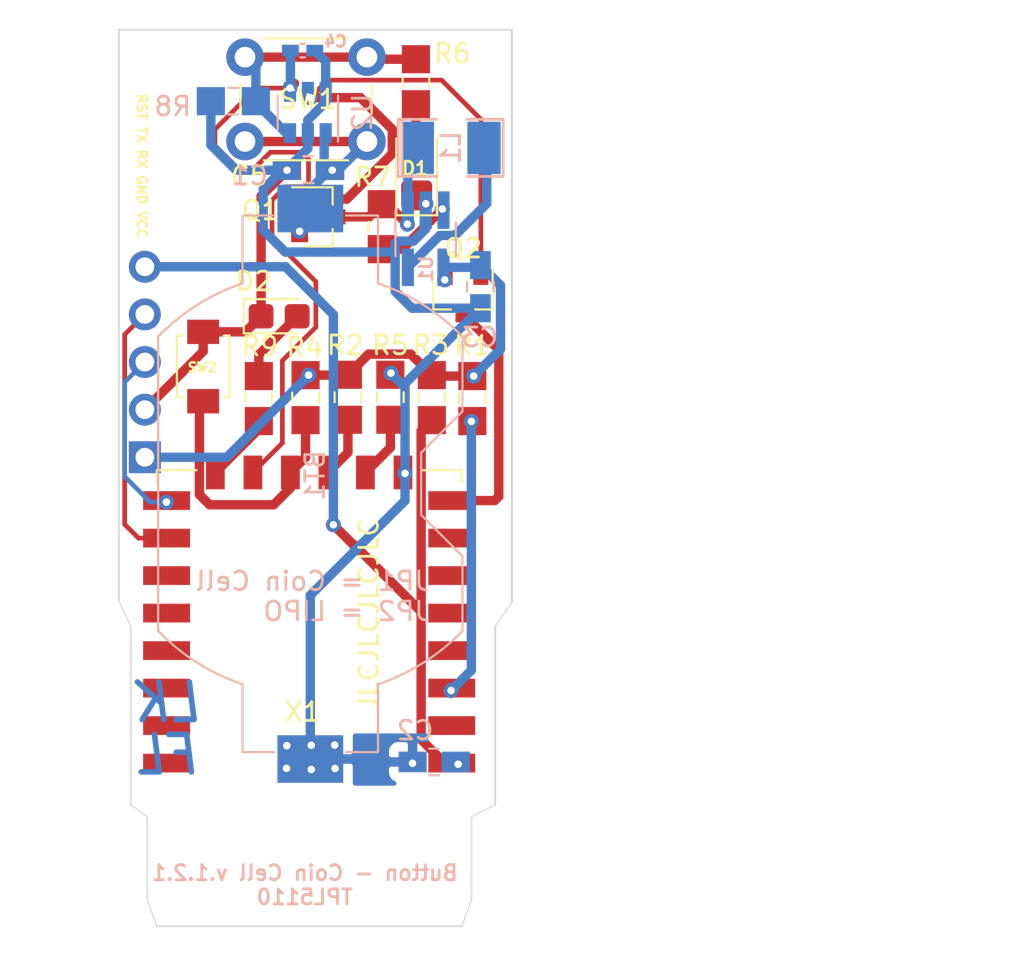
<source format=kicad_pcb>
(kicad_pcb (version 20171130) (host pcbnew "(5.1.9)-1")

  (general
    (thickness 1.6)
    (drawings 24)
    (tracks 180)
    (zones 0)
    (modules 26)
    (nets 21)
  )

  (page A4)
  (layers
    (0 F.Cu signal)
    (31 B.Cu signal)
    (32 B.Adhes user)
    (33 F.Adhes user)
    (34 B.Paste user)
    (35 F.Paste user)
    (36 B.SilkS user)
    (37 F.SilkS user)
    (38 B.Mask user)
    (39 F.Mask user)
    (40 Dwgs.User user)
    (41 Cmts.User user)
    (42 Eco1.User user)
    (43 Eco2.User user)
    (44 Edge.Cuts user)
    (45 Margin user)
    (46 B.CrtYd user hide)
    (47 F.CrtYd user hide)
    (48 B.Fab user hide)
    (49 F.Fab user)
  )

  (setup
    (last_trace_width 0.25)
    (user_trace_width 0.5)
    (trace_clearance 0.1)
    (zone_clearance 0.508)
    (zone_45_only no)
    (trace_min 0.2)
    (via_size 0.8)
    (via_drill 0.4)
    (via_min_size 0.4)
    (via_min_drill 0.3)
    (user_via 0.5 0.3)
    (uvia_size 0.3)
    (uvia_drill 0.1)
    (uvias_allowed no)
    (uvia_min_size 0.2)
    (uvia_min_drill 0.1)
    (edge_width 0.05)
    (segment_width 0.2)
    (pcb_text_width 0.3)
    (pcb_text_size 1.5 1.5)
    (mod_edge_width 0.12)
    (mod_text_size 1 1)
    (mod_text_width 0.15)
    (pad_size 1.524 1.524)
    (pad_drill 0.762)
    (pad_to_mask_clearance 0.051)
    (solder_mask_min_width 0.25)
    (aux_axis_origin 0 0)
    (visible_elements 7FFFFFFF)
    (pcbplotparams
      (layerselection 0x010fc_ffffffff)
      (usegerberextensions false)
      (usegerberattributes false)
      (usegerberadvancedattributes true)
      (creategerberjobfile false)
      (excludeedgelayer true)
      (linewidth 0.150000)
      (plotframeref false)
      (viasonmask false)
      (mode 1)
      (useauxorigin true)
      (hpglpennumber 1)
      (hpglpenspeed 20)
      (hpglpendiameter 15.000000)
      (psnegative false)
      (psa4output false)
      (plotreference true)
      (plotvalue true)
      (plotinvisibletext false)
      (padsonsilk false)
      (subtractmaskfromsilk false)
      (outputformat 1)
      (mirror false)
      (drillshape 0)
      (scaleselection 1)
      (outputdirectory "Gerber/"))
  )

  (net 0 "")
  (net 1 /VCC)
  (net 2 /GND)
  (net 3 /RST)
  (net 4 /RX)
  (net 5 /TX)
  (net 6 /EN)
  (net 7 /GPIO2)
  (net 8 /GPIO0)
  (net 9 "Net-(BT1-Pad1)")
  (net 10 "Net-(L1-Pad2)")
  (net 11 /GPIO15)
  (net 12 /GPIO4)
  (net 13 "Net-(D2-Pad2)")
  (net 14 /GPIO5)
  (net 15 "Net-(D1-Pad2)")
  (net 16 "Net-(R6-Pad2)")
  (net 17 "Net-(R7-Pad1)")
  (net 18 "Net-(L1-Pad1)")
  (net 19 "Net-(Q1-Pad1)")
  (net 20 /ESP_VCC)

  (net_class Default "This is the default net class."
    (clearance 0.1)
    (trace_width 0.25)
    (via_dia 0.8)
    (via_drill 0.4)
    (uvia_dia 0.3)
    (uvia_drill 0.1)
    (add_net /EN)
    (add_net /ESP_VCC)
    (add_net /GND)
    (add_net /GPIO0)
    (add_net /GPIO15)
    (add_net /GPIO2)
    (add_net /GPIO4)
    (add_net /GPIO5)
    (add_net /RST)
    (add_net /RX)
    (add_net /TX)
    (add_net /VCC)
    (add_net "Net-(BT1-Pad1)")
    (add_net "Net-(D1-Pad2)")
    (add_net "Net-(D2-Pad2)")
    (add_net "Net-(L1-Pad1)")
    (add_net "Net-(L1-Pad2)")
    (add_net "Net-(Q1-Pad1)")
    (add_net "Net-(R6-Pad2)")
    (add_net "Net-(R7-Pad1)")
  )

  (module Package_TO_SOT_SMD:SOT-23 (layer F.Cu) (tedit 5A02FF57) (tstamp 60357BC9)
    (at 133.9215 68.707 270)
    (descr "SOT-23, Standard")
    (tags SOT-23)
    (path /6035830D)
    (attr smd)
    (fp_text reference Q2 (at -2.49428 -0.0127 180) (layer F.SilkS)
      (effects (font (size 1 1) (thickness 0.15)))
    )
    (fp_text value " TSM2323 " (at 0 2.5 90) (layer F.Fab)
      (effects (font (size 1 1) (thickness 0.15)))
    )
    (fp_text user %R (at 0 0) (layer F.Fab)
      (effects (font (size 0.5 0.5) (thickness 0.075)))
    )
    (fp_line (start -0.7 -0.95) (end -0.7 1.5) (layer F.Fab) (width 0.1))
    (fp_line (start -0.15 -1.52) (end 0.7 -1.52) (layer F.Fab) (width 0.1))
    (fp_line (start -0.7 -0.95) (end -0.15 -1.52) (layer F.Fab) (width 0.1))
    (fp_line (start 0.7 -1.52) (end 0.7 1.52) (layer F.Fab) (width 0.1))
    (fp_line (start -0.7 1.52) (end 0.7 1.52) (layer F.Fab) (width 0.1))
    (fp_line (start 0.76 1.58) (end 0.76 0.65) (layer F.SilkS) (width 0.12))
    (fp_line (start 0.76 -1.58) (end 0.76 -0.65) (layer F.SilkS) (width 0.12))
    (fp_line (start -1.7 -1.75) (end 1.7 -1.75) (layer F.CrtYd) (width 0.05))
    (fp_line (start 1.7 -1.75) (end 1.7 1.75) (layer F.CrtYd) (width 0.05))
    (fp_line (start 1.7 1.75) (end -1.7 1.75) (layer F.CrtYd) (width 0.05))
    (fp_line (start -1.7 1.75) (end -1.7 -1.75) (layer F.CrtYd) (width 0.05))
    (fp_line (start 0.76 -1.58) (end -1.4 -1.58) (layer F.SilkS) (width 0.12))
    (fp_line (start 0.76 1.58) (end -0.7 1.58) (layer F.SilkS) (width 0.12))
    (pad 3 smd rect (at 1 0 270) (size 0.9 0.8) (layers F.Cu F.Paste F.Mask)
      (net 20 /ESP_VCC))
    (pad 2 smd rect (at -1 0.95 270) (size 0.9 0.8) (layers F.Cu F.Paste F.Mask)
      (net 1 /VCC))
    (pad 1 smd rect (at -1 -0.95 270) (size 0.9 0.8) (layers F.Cu F.Paste F.Mask)
      (net 19 "Net-(Q1-Pad1)"))
    (model ${KISYS3DMOD}/Package_TO_SOT_SMD.3dshapes/SOT-23.wrl
      (at (xyz 0 0 0))
      (scale (xyz 1 1 1))
      (rotate (xyz 0 0 0))
    )
  )

  (module Package_TO_SOT_SMD:SOT-23-6 (layer B.Cu) (tedit 5A02FF57) (tstamp 60351443)
    (at 125.65 58.96 90)
    (descr "6-pin SOT-23 package")
    (tags SOT-23-6)
    (path /60350B91)
    (attr smd)
    (fp_text reference U2 (at 0 2.9 90) (layer B.SilkS)
      (effects (font (size 1 1) (thickness 0.15)) (justify mirror))
    )
    (fp_text value TPL5110 (at 0 -2.9 90) (layer B.Fab)
      (effects (font (size 1 1) (thickness 0.15)) (justify mirror))
    )
    (fp_line (start 0.9 1.55) (end 0.9 -1.55) (layer B.Fab) (width 0.1))
    (fp_line (start 0.9 -1.55) (end -0.9 -1.55) (layer B.Fab) (width 0.1))
    (fp_line (start -0.9 0.9) (end -0.9 -1.55) (layer B.Fab) (width 0.1))
    (fp_line (start 0.9 1.55) (end -0.25 1.55) (layer B.Fab) (width 0.1))
    (fp_line (start -0.9 0.9) (end -0.25 1.55) (layer B.Fab) (width 0.1))
    (fp_line (start -1.9 1.8) (end -1.9 -1.8) (layer B.CrtYd) (width 0.05))
    (fp_line (start -1.9 -1.8) (end 1.9 -1.8) (layer B.CrtYd) (width 0.05))
    (fp_line (start 1.9 -1.8) (end 1.9 1.8) (layer B.CrtYd) (width 0.05))
    (fp_line (start 1.9 1.8) (end -1.9 1.8) (layer B.CrtYd) (width 0.05))
    (fp_line (start 0.9 1.61) (end -1.55 1.61) (layer B.SilkS) (width 0.12))
    (fp_line (start -0.9 -1.61) (end 0.9 -1.61) (layer B.SilkS) (width 0.12))
    (fp_text user %R (at 0 0 180) (layer B.Fab)
      (effects (font (size 0.5 0.5) (thickness 0.075)) (justify mirror))
    )
    (pad 5 smd rect (at 1.1 0 90) (size 1.06 0.65) (layers B.Cu B.Paste B.Mask)
      (net 19 "Net-(Q1-Pad1)"))
    (pad 6 smd rect (at 1.1 0.95 90) (size 1.06 0.65) (layers B.Cu B.Paste B.Mask)
      (net 2 /GND))
    (pad 4 smd rect (at 1.1 -0.95 90) (size 1.06 0.65) (layers B.Cu B.Paste B.Mask)
      (net 12 /GPIO4))
    (pad 3 smd rect (at -1.1 -0.95 90) (size 1.06 0.65) (layers B.Cu B.Paste B.Mask)
      (net 16 "Net-(R6-Pad2)"))
    (pad 2 smd rect (at -1.1 0 90) (size 1.06 0.65) (layers B.Cu B.Paste B.Mask)
      (net 2 /GND))
    (pad 1 smd rect (at -1.1 0.95 90) (size 1.06 0.65) (layers B.Cu B.Paste B.Mask)
      (net 9 "Net-(BT1-Pad1)"))
    (model ${KISYS3DMOD}/Package_TO_SOT_SMD.3dshapes/SOT-23-6.wrl
      (at (xyz 0 0 0))
      (scale (xyz 1 1 1))
      (rotate (xyz 0 0 0))
    )
  )

  (module handsolder:SW_SPST_B3U-1000P_mod (layer F.Cu) (tedit 60353A91) (tstamp 6032692A)
    (at 120.07 72.51 90)
    (descr "Ultra-small-sized Tactile Switch with High Contact Reliability, Top-actuated Model, without Ground Terminal, without Boss")
    (tags "Tactile Switch")
    (path /602CDBD4)
    (attr smd)
    (fp_text reference SW2 (at -0.05 -0.05) (layer F.SilkS)
      (effects (font (size 0.5 0.5) (thickness 0.125)))
    )
    (fp_text value SW_Push (at 0 2.5 90) (layer F.Fab)
      (effects (font (size 1 1) (thickness 0.15)))
    )
    (fp_line (start -2.5 1.65) (end 2.5 1.65) (layer F.CrtYd) (width 0.05))
    (fp_line (start 2.5 1.65) (end 2.5 -1.65) (layer F.CrtYd) (width 0.05))
    (fp_line (start 2.5 -1.65) (end -2.5 -1.65) (layer F.CrtYd) (width 0.05))
    (fp_line (start -2.5 -1.65) (end -2.5 1.65) (layer F.CrtYd) (width 0.05))
    (fp_line (start -1.65 1.1) (end -1.65 1.4) (layer F.SilkS) (width 0.12))
    (fp_line (start -1.65 1.4) (end 1.65 1.4) (layer F.SilkS) (width 0.12))
    (fp_line (start 1.65 1.4) (end 1.65 1.1) (layer F.SilkS) (width 0.12))
    (fp_line (start -1.65 -1.1) (end -1.65 -1.4) (layer F.SilkS) (width 0.12))
    (fp_line (start -1.65 -1.4) (end 1.65 -1.4) (layer F.SilkS) (width 0.12))
    (fp_line (start 1.65 -1.4) (end 1.65 -1.1) (layer F.SilkS) (width 0.12))
    (fp_line (start -1.5 -1.25) (end 1.5 -1.25) (layer F.Fab) (width 0.1))
    (fp_line (start 1.5 -1.25) (end 1.5 1.25) (layer F.Fab) (width 0.1))
    (fp_line (start 1.5 1.25) (end -1.5 1.25) (layer F.Fab) (width 0.1))
    (fp_line (start -1.5 1.25) (end -1.5 -1.25) (layer F.Fab) (width 0.1))
    (fp_circle (center 0 0) (end 0.75 0) (layer F.Fab) (width 0.1))
    (fp_text user %R (at 0 -2.5 90) (layer F.Fab)
      (effects (font (size 1 1) (thickness 0.15)))
    )
    (pad 2 smd rect (at 1.85 0 90) (size 1.3 1.7) (layers F.Cu F.Paste F.Mask)
      (net 2 /GND))
    (pad 1 smd rect (at -1.85 0 90) (size 1.3 1.7) (layers F.Cu F.Paste F.Mask)
      (net 8 /GPIO0))
    (model ${KISYS3DMOD}/Button_Switch_SMD.3dshapes/SW_SPST_B3U-1000P.wrl
      (at (xyz 0 0 0))
      (scale (xyz 1 1 1))
      (rotate (xyz 0 0 0))
    )
  )

  (module handsolder:SW_PUSH_6mm_H8mm_mod (layer F.Cu) (tedit 60353762) (tstamp 60326911)
    (at 128.8 60.51 180)
    (descr "tactile push button, 6x6mm e.g. PHAP33xx series, height=8mm")
    (tags "tact sw push 6mm")
    (path /602CFCB7)
    (fp_text reference SW1 (at 3.15 2.25) (layer F.SilkS)
      (effects (font (size 1 1) (thickness 0.15)))
    )
    (fp_text value SW_Push (at 3.75 6.7) (layer F.Fab)
      (effects (font (size 1 1) (thickness 0.15)))
    )
    (fp_line (start 3.25 -0.75) (end 6.25 -0.75) (layer F.Fab) (width 0.1))
    (fp_line (start 6.25 -0.75) (end 6.25 5.25) (layer F.Fab) (width 0.1))
    (fp_line (start 6.25 5.25) (end 0.25 5.25) (layer F.Fab) (width 0.1))
    (fp_line (start 0.25 5.25) (end 0.25 -0.75) (layer F.Fab) (width 0.1))
    (fp_line (start 0.25 -0.75) (end 3.25 -0.75) (layer F.Fab) (width 0.1))
    (fp_line (start 7.75 6) (end 8 6) (layer F.CrtYd) (width 0.05))
    (fp_line (start 8 6) (end 8 5.75) (layer F.CrtYd) (width 0.05))
    (fp_line (start 7.75 -1.5) (end 8 -1.5) (layer F.CrtYd) (width 0.05))
    (fp_line (start 8 -1.5) (end 8 -1.25) (layer F.CrtYd) (width 0.05))
    (fp_line (start -1.5 -1.25) (end -1.5 -1.5) (layer F.CrtYd) (width 0.05))
    (fp_line (start -1.5 -1.5) (end -1.25 -1.5) (layer F.CrtYd) (width 0.05))
    (fp_line (start -1.5 5.75) (end -1.5 6) (layer F.CrtYd) (width 0.05))
    (fp_line (start -1.5 6) (end -1.25 6) (layer F.CrtYd) (width 0.05))
    (fp_line (start -1.25 -1.5) (end 7.75 -1.5) (layer F.CrtYd) (width 0.05))
    (fp_line (start -1.5 5.75) (end -1.5 -1.25) (layer F.CrtYd) (width 0.05))
    (fp_line (start 7.75 6) (end -1.25 6) (layer F.CrtYd) (width 0.05))
    (fp_line (start 8 -1.25) (end 8 5.75) (layer F.CrtYd) (width 0.05))
    (fp_line (start 1 5.5) (end 5.5 5.5) (layer F.SilkS) (width 0.12))
    (fp_line (start -0.25 1.5) (end -0.25 3) (layer F.SilkS) (width 0.12))
    (fp_line (start 5.5 -1) (end 1 -1) (layer F.SilkS) (width 0.12))
    (fp_line (start 6.75 3) (end 6.75 1.5) (layer F.SilkS) (width 0.12))
    (fp_circle (center 3.25 2.25) (end 1.25 2.5) (layer F.Fab) (width 0.1))
    (fp_text user %R (at 3.25 2.25) (layer F.Fab)
      (effects (font (size 1 1) (thickness 0.15)))
    )
    (pad 1 thru_hole circle (at 6.5 0 270) (size 2 2) (drill 1.1) (layers *.Cu *.Mask)
      (net 9 "Net-(BT1-Pad1)"))
    (pad 2 thru_hole circle (at 6.5 4.5 270) (size 2 2) (drill 1.1) (layers *.Cu *.Mask)
      (net 16 "Net-(R6-Pad2)"))
    (pad 1 thru_hole circle (at 0 0 270) (size 2 2) (drill 1.1) (layers *.Cu *.Mask)
      (net 9 "Net-(BT1-Pad1)"))
    (pad 2 thru_hole circle (at 0 4.5 270) (size 2 2) (drill 1.1) (layers *.Cu *.Mask)
      (net 16 "Net-(R6-Pad2)"))
    (model ${KISYS3DMOD}/Button_Switch_THT.3dshapes/SW_PUSH_6mm_H8mm.wrl
      (at (xyz 0 0 0))
      (scale (xyz 1 1 1))
      (rotate (xyz 0 0 0))
    )
  )

  (module handsolder:PinSocket_1x05_P2.54mm_Vertical_mod (layer F.Cu) (tedit 603537B0) (tstamp 60326824)
    (at 116.96 77.35 180)
    (descr "Through hole straight socket strip, 1x05, 2.54mm pitch, single row (from Kicad 4.0.7), script generated")
    (tags "Through hole socket strip THT 1x05 2.54mm single row")
    (path /60301345)
    (fp_text reference J1 (at 0 -2.77) (layer F.SilkS) hide
      (effects (font (size 1 1) (thickness 0.15)))
    )
    (fp_text value Conn_01x05_Female (at 0 12.93) (layer F.Fab)
      (effects (font (size 1 1) (thickness 0.15)))
    )
    (fp_line (start -1.27 -1.27) (end 0.635 -1.27) (layer F.Fab) (width 0.1))
    (fp_line (start 0.635 -1.27) (end 1.27 -0.635) (layer F.Fab) (width 0.1))
    (fp_line (start 1.27 -0.635) (end 1.27 11.43) (layer F.Fab) (width 0.1))
    (fp_line (start 1.27 11.43) (end -1.27 11.43) (layer F.Fab) (width 0.1))
    (fp_line (start -1.27 11.43) (end -1.27 -1.27) (layer F.Fab) (width 0.1))
    (fp_line (start -1.8 -1.8) (end 1.75 -1.8) (layer F.CrtYd) (width 0.05))
    (fp_line (start 1.75 -1.8) (end 1.75 11.9) (layer F.CrtYd) (width 0.05))
    (fp_line (start 1.75 11.9) (end -1.8 11.9) (layer F.CrtYd) (width 0.05))
    (fp_line (start -1.8 11.9) (end -1.8 -1.8) (layer F.CrtYd) (width 0.05))
    (fp_text user %R (at 0 5.08 90) (layer F.Fab)
      (effects (font (size 1 1) (thickness 0.15)))
    )
    (pad 5 thru_hole oval (at 0 10.16 180) (size 1.7 1.7) (drill 1) (layers *.Cu *.Mask)
      (net 3 /RST))
    (pad 4 thru_hole oval (at 0 7.62 180) (size 1.7 1.7) (drill 1) (layers *.Cu *.Mask)
      (net 5 /TX))
    (pad 3 thru_hole oval (at 0 5.08 180) (size 1.7 1.7) (drill 1) (layers *.Cu *.Mask)
      (net 4 /RX))
    (pad 2 thru_hole oval (at 0 2.54 180) (size 1.7 1.7) (drill 1) (layers *.Cu *.Mask)
      (net 2 /GND))
    (pad 1 thru_hole rect (at 0 0 180) (size 1.7 1.7) (drill 1) (layers *.Cu *.Mask)
      (net 1 /VCC))
    (model ${KISYS3DMOD}/Connector_PinSocket_2.54mm.3dshapes/PinSocket_1x05_P2.54mm_Vertical.wrl
      (at (xyz 0 0 0))
      (scale (xyz 1 1 1))
      (rotate (xyz 0 0 0))
    )
  )

  (module Package_TO_SOT_SMD:SOT-23 (layer F.Cu) (tedit 5A02FF57) (tstamp 60351279)
    (at 126.21 64.53)
    (descr "SOT-23, Standard")
    (tags SOT-23)
    (path /6035BA2A)
    (attr smd)
    (fp_text reference Q1 (at -3.08 -0.35) (layer F.SilkS)
      (effects (font (size 1 1) (thickness 0.15)))
    )
    (fp_text value " TSM2323 " (at 0 2.5) (layer F.Fab)
      (effects (font (size 1 1) (thickness 0.15)))
    )
    (fp_line (start 0.76 1.58) (end -0.7 1.58) (layer F.SilkS) (width 0.12))
    (fp_line (start 0.76 -1.58) (end -1.4 -1.58) (layer F.SilkS) (width 0.12))
    (fp_line (start -1.7 1.75) (end -1.7 -1.75) (layer F.CrtYd) (width 0.05))
    (fp_line (start 1.7 1.75) (end -1.7 1.75) (layer F.CrtYd) (width 0.05))
    (fp_line (start 1.7 -1.75) (end 1.7 1.75) (layer F.CrtYd) (width 0.05))
    (fp_line (start -1.7 -1.75) (end 1.7 -1.75) (layer F.CrtYd) (width 0.05))
    (fp_line (start 0.76 -1.58) (end 0.76 -0.65) (layer F.SilkS) (width 0.12))
    (fp_line (start 0.76 1.58) (end 0.76 0.65) (layer F.SilkS) (width 0.12))
    (fp_line (start -0.7 1.52) (end 0.7 1.52) (layer F.Fab) (width 0.1))
    (fp_line (start 0.7 -1.52) (end 0.7 1.52) (layer F.Fab) (width 0.1))
    (fp_line (start -0.7 -0.95) (end -0.15 -1.52) (layer F.Fab) (width 0.1))
    (fp_line (start -0.15 -1.52) (end 0.7 -1.52) (layer F.Fab) (width 0.1))
    (fp_line (start -0.7 -0.95) (end -0.7 1.5) (layer F.Fab) (width 0.1))
    (fp_text user %R (at 0 0 90) (layer F.Fab)
      (effects (font (size 0.5 0.5) (thickness 0.075)))
    )
    (pad 3 smd rect (at 1 0) (size 0.9 0.8) (layers F.Cu F.Paste F.Mask)
      (net 18 "Net-(L1-Pad1)"))
    (pad 2 smd rect (at -1 0.95) (size 0.9 0.8) (layers F.Cu F.Paste F.Mask)
      (net 9 "Net-(BT1-Pad1)"))
    (pad 1 smd rect (at -1 -0.95) (size 0.9 0.8) (layers F.Cu F.Paste F.Mask)
      (net 19 "Net-(Q1-Pad1)"))
    (model ${KISYS3DMOD}/Package_TO_SOT_SMD.3dshapes/SOT-23.wrl
      (at (xyz 0 0 0))
      (scale (xyz 1 1 1))
      (rotate (xyz 0 0 0))
    )
  )

  (module handsolder:ESP-12Elesssilk (layer F.Cu) (tedit 60343770) (tstamp 603269A6)
    (at 125.72 90.16 180)
    (descr "Wi-Fi Module, http://wiki.ai-thinker.com/_media/esp8266/docs/aithinker_esp_12f_datasheet_en.pdf")
    (tags "Wi-Fi Module")
    (path /602C0443)
    (attr smd)
    (fp_text reference X1 (at 0.34 -0.77) (layer F.SilkS)
      (effects (font (size 1 1) (thickness 0.15)))
    )
    (fp_text value ESP-12E (at -0.06 -12.78) (layer F.Fab)
      (effects (font (size 1 1) (thickness 0.15)))
    )
    (fp_line (start 5.56 -4.8) (end 8.12 -7.36) (layer Dwgs.User) (width 0.12))
    (fp_line (start 2.56 -4.8) (end 8.12 -10.36) (layer Dwgs.User) (width 0.12))
    (fp_line (start -0.44 -4.8) (end 6.88 -12.12) (layer Dwgs.User) (width 0.12))
    (fp_line (start -3.44 -4.8) (end 3.88 -12.12) (layer Dwgs.User) (width 0.12))
    (fp_line (start -6.44 -4.8) (end 0.88 -12.12) (layer Dwgs.User) (width 0.12))
    (fp_line (start -8.12 -6.12) (end -2.12 -12.12) (layer Dwgs.User) (width 0.12))
    (fp_line (start -8.12 -9.12) (end -5.12 -12.12) (layer Dwgs.User) (width 0.12))
    (fp_line (start -8.12 -4.8) (end -8.12 -12.12) (layer Dwgs.User) (width 0.12))
    (fp_line (start 8.12 -4.8) (end -8.12 -4.8) (layer Dwgs.User) (width 0.12))
    (fp_line (start 8.12 -12.12) (end 8.12 -4.8) (layer Dwgs.User) (width 0.12))
    (fp_line (start -8.12 -12.12) (end 8.12 -12.12) (layer Dwgs.User) (width 0.12))
    (fp_line (start -8.12 12.12) (end -8.12 11.5) (layer F.SilkS) (width 0.12))
    (fp_line (start -6 12.12) (end -8.12 12.12) (layer F.SilkS) (width 0.12))
    (fp_line (start 8.12 12.12) (end 6 12.12) (layer F.SilkS) (width 0.12))
    (fp_line (start 8.12 11.5) (end 8.12 12.12) (layer F.SilkS) (width 0.12))
    (fp_line (start -9.05 13.1) (end -9.05 -12.2) (layer F.CrtYd) (width 0.05))
    (fp_line (start 9.05 13.1) (end -9.05 13.1) (layer F.CrtYd) (width 0.05))
    (fp_line (start 9.05 -12.2) (end 9.05 13.1) (layer F.CrtYd) (width 0.05))
    (fp_line (start -9.05 -12.2) (end 9.05 -12.2) (layer F.CrtYd) (width 0.05))
    (fp_line (start -8 -4) (end -8 -12) (layer F.Fab) (width 0.12))
    (fp_line (start -7.5 -3.5) (end -8 -4) (layer F.Fab) (width 0.12))
    (fp_line (start -8 -3) (end -7.5 -3.5) (layer F.Fab) (width 0.12))
    (fp_line (start -8 12) (end -8 -3) (layer F.Fab) (width 0.12))
    (fp_line (start 8 12) (end -8 12) (layer F.Fab) (width 0.12))
    (fp_line (start 8 -12) (end 8 12) (layer F.Fab) (width 0.12))
    (fp_line (start -8 -12) (end 8 -12) (layer F.Fab) (width 0.12))
    (fp_text user %R (at 0.49 -0.8) (layer F.Fab)
      (effects (font (size 1 1) (thickness 0.15)))
    )
    (fp_text user "KEEP-OUT ZONE" (at 0.03 -9.55 180) (layer Cmts.User)
      (effects (font (size 1 1) (thickness 0.15)))
    )
    (fp_text user Antenna (at -0.06 -7 180) (layer Cmts.User)
      (effects (font (size 1 1) (thickness 0.15)))
    )
    (pad 22 smd rect (at 7.6 -3.5 180) (size 2.5 1) (layers F.Cu F.Paste F.Mask))
    (pad 21 smd rect (at 7.6 -1.5 180) (size 2.5 1) (layers F.Cu F.Paste F.Mask))
    (pad 20 smd rect (at 7.6 0.5 180) (size 2.5 1) (layers F.Cu F.Paste F.Mask))
    (pad 19 smd rect (at 7.6 2.5 180) (size 2.5 1) (layers F.Cu F.Paste F.Mask))
    (pad 18 smd rect (at 7.6 4.5 180) (size 2.5 1) (layers F.Cu F.Paste F.Mask))
    (pad 17 smd rect (at 7.6 6.5 180) (size 2.5 1) (layers F.Cu F.Paste F.Mask))
    (pad 16 smd rect (at 7.6 8.5 180) (size 2.5 1) (layers F.Cu F.Paste F.Mask)
      (net 5 /TX))
    (pad 15 smd rect (at 7.6 10.5 180) (size 2.5 1) (layers F.Cu F.Paste F.Mask)
      (net 4 /RX))
    (pad 14 smd rect (at 5 12 180) (size 1 1.8) (layers F.Cu F.Paste F.Mask)
      (net 14 /GPIO5))
    (pad 13 smd rect (at 3 12 180) (size 1 1.8) (layers F.Cu F.Paste F.Mask)
      (net 12 /GPIO4))
    (pad 12 smd rect (at 1 12 180) (size 1 1.8) (layers F.Cu F.Paste F.Mask)
      (net 8 /GPIO0))
    (pad 11 smd rect (at -1 12 180) (size 1 1.8) (layers F.Cu F.Paste F.Mask)
      (net 7 /GPIO2))
    (pad 10 smd rect (at -3 12 180) (size 1 1.8) (layers F.Cu F.Paste F.Mask)
      (net 11 /GPIO15))
    (pad 9 smd rect (at -5 12 180) (size 1 1.8) (layers F.Cu F.Paste F.Mask)
      (net 2 /GND))
    (pad 8 smd rect (at -7.6 10.5 180) (size 2.5 1) (layers F.Cu F.Paste F.Mask)
      (net 20 /ESP_VCC))
    (pad 7 smd rect (at -7.6 8.5 180) (size 2.5 1) (layers F.Cu F.Paste F.Mask))
    (pad 6 smd rect (at -7.6 6.5 180) (size 2.5 1) (layers F.Cu F.Paste F.Mask))
    (pad 5 smd rect (at -7.6 4.5 180) (size 2.5 1) (layers F.Cu F.Paste F.Mask))
    (pad 4 smd rect (at -7.6 2.5 180) (size 2.5 1) (layers F.Cu F.Paste F.Mask))
    (pad 3 smd rect (at -7.6 0.5 180) (size 2.5 1) (layers F.Cu F.Paste F.Mask)
      (net 6 /EN))
    (pad 2 smd rect (at -7.6 -1.5 180) (size 2.5 1) (layers F.Cu F.Paste F.Mask))
    (pad 1 smd rect (at -7.6 -3.5 180) (size 2.5 1) (layers F.Cu F.Paste F.Mask)
      (net 3 /RST))
    (model ${KISYS3DMOD}/RF_Module.3dshapes/ESP-12E.wrl
      (at (xyz 0 0 0))
      (scale (xyz 1 1 1))
      (rotate (xyz 0 0 0))
    )
  )

  (module handsolder:C_0805_2012handsodermod (layer F.Cu) (tedit 60004493) (tstamp 6034EE59)
    (at 125.69 62.01)
    (descr "Capacitor SMD 0805 (2012 Metric), square (rectangular) end terminal, IPC_7351 nominal with elongated pad for handsoldering. (Body size source: https://docs.google.com/spreadsheets/d/1BsfQQcO9C6DZCsRaXUlFlo91Tg2WpOkGARC1WS5S8t0/edit?usp=sharing), generated with kicad-footprint-generator")
    (tags "capacitor handsolder")
    (path /6034F227)
    (attr smd)
    (fp_text reference C5 (at -3.16 0.34) (layer F.SilkS)
      (effects (font (size 1 1) (thickness 0.15)))
    )
    (fp_text value 100nF (at 0 1.65) (layer F.Fab) hide
      (effects (font (size 1 1) (thickness 0.15)))
    )
    (fp_line (start -1 0.6) (end -1 -0.6) (layer F.Fab) (width 0.1))
    (fp_line (start -1 -0.6) (end 1 -0.6) (layer F.Fab) (width 0.1))
    (fp_line (start 1 -0.6) (end 1 0.6) (layer F.Fab) (width 0.1))
    (fp_line (start 1 0.6) (end -1 0.6) (layer F.Fab) (width 0.1))
    (fp_line (start -0.261252 -0.71) (end 0.261252 -0.71) (layer F.SilkS) (width 0.12))
    (fp_line (start -0.261252 0.71) (end 0.261252 0.71) (layer F.SilkS) (width 0.12))
    (fp_line (start -2 0.95) (end -2 -0.95) (layer F.CrtYd) (width 0.05))
    (fp_line (start -2 -0.95) (end 2.05 -0.95) (layer F.CrtYd) (width 0.05))
    (fp_line (start 2.05 -0.95) (end 2.05 0.95) (layer F.CrtYd) (width 0.05))
    (fp_line (start 2.05 0.95) (end -2 0.95) (layer F.CrtYd) (width 0.05))
    (fp_text user %R (at 0 0) (layer F.Fab)
      (effects (font (size 0.5 0.5) (thickness 0.08)))
    )
    (pad 2 smd rect (at 1.15 0) (size 1.5 1.1) (layers F.Cu F.Paste F.Mask)
      (net 9 "Net-(BT1-Pad1)"))
    (pad 1 smd rect (at -1.15 0) (size 1.5 1.1) (layers F.Cu F.Paste F.Mask)
      (net 2 /GND))
    (model ${KISYS3DMOD}/Capacitor_SMD.3dshapes/C_0805_2012Metric.wrl
      (at (xyz 0 0 0))
      (scale (xyz 1 1 1))
      (rotate (xyz 0 0 0))
    )
  )

  (module handsolder:C_0402_1005Metric_Pad0.74x0.62mm_HandSoldermod (layer B.Cu) (tedit 60342830) (tstamp 60343322)
    (at 125.37 55.66)
    (descr "Capacitor SMD 0402 (1005 Metric), square (rectangular) end terminal, IPC_7351 nominal with elongated pad for handsoldering. (Body size source: IPC-SM-782 page 76, https://www.pcb-3d.com/wordpress/wp-content/uploads/ipc-sm-782a_amendment_1_and_2.pdf), generated with kicad-footprint-generator")
    (tags "capacitor handsolder")
    (path /603444C4)
    (attr smd)
    (fp_text reference C4 (at 1.76 -0.49) (layer B.SilkS)
      (effects (font (size 0.6 0.6) (thickness 0.15)) (justify mirror))
    )
    (fp_text value "10nf -100nf" (at 0 -1.16) (layer B.Fab)
      (effects (font (size 1 1) (thickness 0.15)) (justify mirror))
    )
    (fp_line (start -0.5 -0.25) (end -0.5 0.25) (layer B.Fab) (width 0.1))
    (fp_line (start -0.5 0.25) (end 0.5 0.25) (layer B.Fab) (width 0.1))
    (fp_line (start 0.5 0.25) (end 0.5 -0.25) (layer B.Fab) (width 0.1))
    (fp_line (start 0.5 -0.25) (end -0.5 -0.25) (layer B.Fab) (width 0.1))
    (fp_line (start -0.115835 0.36) (end 0.115835 0.36) (layer B.SilkS) (width 0.12))
    (fp_line (start -0.115835 -0.36) (end 0.115835 -0.36) (layer B.SilkS) (width 0.12))
    (fp_line (start -1.08 -0.46) (end -1.08 0.46) (layer B.CrtYd) (width 0.05))
    (fp_line (start -1.08 0.46) (end 1.08 0.46) (layer B.CrtYd) (width 0.05))
    (fp_line (start 1.08 0.46) (end 1.08 -0.46) (layer B.CrtYd) (width 0.05))
    (fp_line (start 1.08 -0.46) (end -1.08 -0.46) (layer B.CrtYd) (width 0.05))
    (fp_text user %R (at 0 0) (layer B.Fab)
      (effects (font (size 0.25 0.25) (thickness 0.04)) (justify mirror))
    )
    (pad 2 smd rect (at 0.65 0) (size 0.9 0.62) (layers B.Cu B.Paste B.Mask)
      (net 2 /GND))
    (pad 1 smd rect (at -0.65 0) (size 0.9 0.62) (layers B.Cu B.Paste B.Mask)
      (net 12 /GPIO4))
    (model ${KISYS3DMOD}/Capacitor_SMD.3dshapes/C_0402_1005Metric.wrl
      (at (xyz 0 0 0))
      (scale (xyz 1 1 1))
      (rotate (xyz 0 0 0))
    )
  )

  (module handsolder:SMD-1210_Pol_inductor (layer B.Cu) (tedit 592F1991) (tstamp 60341854)
    (at 133.262 60.85)
    (tags "CMS SM")
    (path /602E234D)
    (attr smd)
    (fp_text reference L1 (at 0.015 -0.015 -90) (layer B.SilkS)
      (effects (font (size 1 1) (thickness 0.15)) (justify mirror))
    )
    (fp_text value "4.7 uH" (at 0 -0.762) (layer B.Fab)
      (effects (font (size 1 1) (thickness 0.15)) (justify mirror))
    )
    (fp_line (start -2.794 1.524) (end -2.794 -1.524) (layer B.SilkS) (width 0.15))
    (fp_line (start 0.889 -1.524) (end 2.794 -1.524) (layer B.SilkS) (width 0.15))
    (fp_line (start 2.794 -1.524) (end 2.794 1.524) (layer B.SilkS) (width 0.15))
    (fp_line (start 2.794 1.524) (end 0.889 1.524) (layer B.SilkS) (width 0.15))
    (fp_line (start -0.762 1.524) (end -2.794 1.524) (layer B.SilkS) (width 0.15))
    (fp_line (start -2.594 1.524) (end -2.594 -1.524) (layer B.SilkS) (width 0.15))
    (fp_line (start -2.794 -1.524) (end -0.762 -1.524) (layer B.SilkS) (width 0.15))
    (pad 1 smd rect (at -1.778 0) (size 1.778 2.794) (layers B.Cu B.Paste B.Mask)
      (net 18 "Net-(L1-Pad1)") (zone_connect 2))
    (pad 2 smd rect (at 1.778 0) (size 1.778 2.794) (layers B.Cu B.Paste B.Mask)
      (net 10 "Net-(L1-Pad2)"))
    (model SMD_Packages.3dshapes/SMD-1210_Pol.wrl
      (at (xyz 0 0 0))
      (scale (xyz 0.2 0.2 0.2))
      (rotate (xyz 0 0 0))
    )
  )

  (module handsolder:SOT-23-5_HandSolderingmod (layer B.Cu) (tedit 60023824) (tstamp 60329F06)
    (at 131.93 65.72 270)
    (descr "5-pin SOT23 package")
    (tags "SOT-23-5 hand-soldering")
    (path /6033543B)
    (attr smd)
    (fp_text reference U1 (at 1.58496 -0.02032 90) (layer B.SilkS)
      (effects (font (size 0.7 0.7) (thickness 0.15)) (justify mirror))
    )
    (fp_text value TPS61097A (at 10.287 -1.143 270) (layer B.SilkS) hide
      (effects (font (size 1 1) (thickness 0.15)) (justify mirror))
    )
    (fp_line (start 2.38 -1.8) (end -2.38 -1.8) (layer B.CrtYd) (width 0.05))
    (fp_line (start 2.38 -1.8) (end 2.38 1.8) (layer B.CrtYd) (width 0.05))
    (fp_line (start -2.38 1.8) (end -2.38 -1.8) (layer B.CrtYd) (width 0.05))
    (fp_line (start -2.38 1.8) (end 2.38 1.8) (layer B.CrtYd) (width 0.05))
    (fp_line (start 0.9 1.55) (end 0.9 -1.55) (layer B.Fab) (width 0.1))
    (fp_line (start 0.9 -1.55) (end -0.9 -1.55) (layer B.Fab) (width 0.1))
    (fp_line (start -0.9 0.9) (end -0.9 -1.55) (layer B.Fab) (width 0.1))
    (fp_line (start 0.9 1.55) (end -0.25 1.55) (layer B.Fab) (width 0.1))
    (fp_line (start -0.9 0.9) (end -0.25 1.55) (layer B.Fab) (width 0.1))
    (fp_line (start 0.9 1.61) (end -1.55 1.61) (layer B.SilkS) (width 0.12))
    (fp_line (start -0.9 -1.61) (end 0.9 -1.61) (layer B.SilkS) (width 0.12))
    (fp_text user %R (at 0 0) (layer B.Fab)
      (effects (font (size 0.5 0.5) (thickness 0.075)) (justify mirror))
    )
    (pad 5 smd rect (at 1.5 0.95 270) (size 2 0.65) (layers B.Cu B.Paste B.Mask)
      (net 10 "Net-(L1-Pad2)"))
    (pad 4 smd rect (at 1.5 -0.95 270) (size 2 0.65) (layers B.Cu B.Paste B.Mask)
      (net 1 /VCC))
    (pad 3 smd rect (at -1.55 -0.95 270) (size 2 0.65) (layers B.Cu B.Paste B.Mask)
      (net 17 "Net-(R7-Pad1)"))
    (pad 2 smd trapezoid (at -1.55 0 270) (size 2 0.65) (layers B.Cu B.Paste B.Mask)
      (net 2 /GND))
    (pad 1 smd rect (at -1.55 0.95 270) (size 2 0.65) (layers B.Cu B.Paste B.Mask)
      (net 18 "Net-(L1-Pad1)"))
    (model ${KISYS3DMOD}/Package_TO_SOT_SMD.3dshapes/SOT-23-5.wrl
      (at (xyz 0 0 0))
      (scale (xyz 1 1 1))
      (rotate (xyz 0 0 0))
    )
  )

  (module handsolder:C_0805_2012handsodermod (layer B.Cu) (tedit 60326176) (tstamp 603267C3)
    (at 125.67 62.01)
    (descr "Capacitor SMD 0805 (2012 Metric), square (rectangular) end terminal, IPC_7351 nominal with elongated pad for handsoldering. (Body size source: https://docs.google.com/spreadsheets/d/1BsfQQcO9C6DZCsRaXUlFlo91Tg2WpOkGARC1WS5S8t0/edit?usp=sharing), generated with kicad-footprint-generator")
    (tags "capacitor handsolder")
    (path /602D0C1F)
    (attr smd)
    (fp_text reference C1 (at -3.12 0.31 180) (layer B.SilkS)
      (effects (font (size 1 1) (thickness 0.15)) (justify mirror))
    )
    (fp_text value 10uF (at 0 -1.65 180) (layer B.Fab) hide
      (effects (font (size 1 1) (thickness 0.15)) (justify mirror))
    )
    (fp_line (start 2.05 -0.85) (end -2 -0.85) (layer B.CrtYd) (width 0.05))
    (fp_line (start 2.05 0.85) (end 2.05 -0.85) (layer B.CrtYd) (width 0.05))
    (fp_line (start -2 0.85) (end 2.05 0.85) (layer B.CrtYd) (width 0.05))
    (fp_line (start -2 -0.85) (end -2 0.85) (layer B.CrtYd) (width 0.05))
    (fp_line (start -0.261252 -0.71) (end 0.261252 -0.71) (layer B.SilkS) (width 0.12))
    (fp_line (start -0.261252 0.71) (end 0.261252 0.71) (layer B.SilkS) (width 0.12))
    (fp_line (start 1 -0.6) (end -1 -0.6) (layer B.Fab) (width 0.1))
    (fp_line (start 1 0.6) (end 1 -0.6) (layer B.Fab) (width 0.1))
    (fp_line (start -1 0.6) (end 1 0.6) (layer B.Fab) (width 0.1))
    (fp_line (start -1 -0.6) (end -1 0.6) (layer B.Fab) (width 0.1))
    (fp_text user %R (at 0 0 180) (layer B.Fab)
      (effects (font (size 0.5 0.5) (thickness 0.08)) (justify mirror))
    )
    (pad 2 smd rect (at 1.15 0) (size 1.5 1.1) (layers B.Cu B.Paste B.Mask)
      (net 9 "Net-(BT1-Pad1)"))
    (pad 1 smd rect (at -1.15 0) (size 1.5 1.1) (layers B.Cu B.Paste B.Mask)
      (net 2 /GND))
    (model ${KISYS3DMOD}/Capacitor_SMD.3dshapes/C_0805_2012Metric.wrl
      (at (xyz 0 0 0))
      (scale (xyz 1 1 1))
      (rotate (xyz 0 0 0))
    )
  )

  (module handsolder:R_0805_2012handsoldermod (layer F.Cu) (tedit 60004565) (tstamp 603268F2)
    (at 123.0376 74.2188 270)
    (descr "Resistor SMD 0805 (2012 Metric), square (rectangular) end terminal, IPC_7351 nominal with elongated pad for handsoldering. (Body size source: https://docs.google.com/spreadsheets/d/1BsfQQcO9C6DZCsRaXUlFlo91Tg2WpOkGARC1WS5S8t0/edit?usp=sharing), generated with kicad-footprint-generator")
    (tags "resistor handsolder")
    (path /60325E7B)
    (attr smd)
    (fp_text reference R9 (at -2.7788 -0.0524) (layer F.SilkS)
      (effects (font (size 1 1) (thickness 0.15)))
    )
    (fp_text value 1k (at 0 1.65 270) (layer F.Fab) hide
      (effects (font (size 1 1) (thickness 0.15)))
    )
    (fp_line (start 2.05 0.95) (end -2.05 0.95) (layer F.CrtYd) (width 0.05))
    (fp_line (start 2.05 -0.95) (end 2.05 0.95) (layer F.CrtYd) (width 0.05))
    (fp_line (start -2.05 -0.95) (end 2.05 -0.95) (layer F.CrtYd) (width 0.05))
    (fp_line (start -2.05 0.95) (end -2.05 -0.95) (layer F.CrtYd) (width 0.05))
    (fp_line (start -0.261252 0.71) (end 0.261252 0.71) (layer F.SilkS) (width 0.12))
    (fp_line (start -0.261252 -0.71) (end 0.261252 -0.71) (layer F.SilkS) (width 0.12))
    (fp_line (start 1 0.6) (end -1 0.6) (layer F.Fab) (width 0.1))
    (fp_line (start 1 -0.6) (end 1 0.6) (layer F.Fab) (width 0.1))
    (fp_line (start -1 -0.6) (end 1 -0.6) (layer F.Fab) (width 0.1))
    (fp_line (start -1 0.6) (end -1 -0.6) (layer F.Fab) (width 0.1))
    (fp_text user %R (at 0 0 270) (layer F.Fab)
      (effects (font (size 0.5 0.5) (thickness 0.08)))
    )
    (pad 2 smd rect (at 1.2 0 270) (size 1.5 1.5) (layers F.Cu F.Paste F.Mask)
      (net 14 /GPIO5))
    (pad 1 smd rect (at -1.2 0 270) (size 1.5 1.5) (layers F.Cu F.Paste F.Mask)
      (net 13 "Net-(D2-Pad2)"))
    (model ${KISYS3DMOD}/Resistor_SMD.3dshapes/R_0805_2012Metric.wrl
      (at (xyz 0 0 0))
      (scale (xyz 1 1 1))
      (rotate (xyz 0 0 0))
    )
  )

  (module handsolder:R_0805_2012handsoldermod (layer B.Cu) (tedit 60004565) (tstamp 603268E1)
    (at 121.68 58.3565)
    (descr "Resistor SMD 0805 (2012 Metric), square (rectangular) end terminal, IPC_7351 nominal with elongated pad for handsoldering. (Body size source: https://docs.google.com/spreadsheets/d/1BsfQQcO9C6DZCsRaXUlFlo91Tg2WpOkGARC1WS5S8t0/edit?usp=sharing), generated with kicad-footprint-generator")
    (tags "resistor handsolder")
    (path /6031EA78)
    (attr smd)
    (fp_text reference R8 (at -3.23 0.28) (layer B.SilkS)
      (effects (font (size 1 1) (thickness 0.15)) (justify mirror))
    )
    (fp_text value 10k (at 0 -1.65) (layer B.Fab) hide
      (effects (font (size 1 1) (thickness 0.15)) (justify mirror))
    )
    (fp_line (start 2.05 -0.95) (end -2.05 -0.95) (layer B.CrtYd) (width 0.05))
    (fp_line (start 2.05 0.95) (end 2.05 -0.95) (layer B.CrtYd) (width 0.05))
    (fp_line (start -2.05 0.95) (end 2.05 0.95) (layer B.CrtYd) (width 0.05))
    (fp_line (start -2.05 -0.95) (end -2.05 0.95) (layer B.CrtYd) (width 0.05))
    (fp_line (start -0.261252 -0.71) (end 0.261252 -0.71) (layer B.SilkS) (width 0.12))
    (fp_line (start -0.261252 0.71) (end 0.261252 0.71) (layer B.SilkS) (width 0.12))
    (fp_line (start 1 -0.6) (end -1 -0.6) (layer B.Fab) (width 0.1))
    (fp_line (start 1 0.6) (end 1 -0.6) (layer B.Fab) (width 0.1))
    (fp_line (start -1 0.6) (end 1 0.6) (layer B.Fab) (width 0.1))
    (fp_line (start -1 -0.6) (end -1 0.6) (layer B.Fab) (width 0.1))
    (fp_text user %R (at 0 0) (layer B.Fab)
      (effects (font (size 0.5 0.5) (thickness 0.08)) (justify mirror))
    )
    (pad 2 smd rect (at 1.2 0) (size 1.5 1.5) (layers B.Cu B.Paste B.Mask)
      (net 16 "Net-(R6-Pad2)"))
    (pad 1 smd rect (at -1.2 0) (size 1.5 1.5) (layers B.Cu B.Paste B.Mask)
      (net 2 /GND))
    (model ${KISYS3DMOD}/Resistor_SMD.3dshapes/R_0805_2012Metric.wrl
      (at (xyz 0 0 0))
      (scale (xyz 1 1 1))
      (rotate (xyz 0 0 0))
    )
  )

  (module handsolder:R_0805_2012handsoldermod (layer F.Cu) (tedit 60004565) (tstamp 603268D0)
    (at 129.59 65.05 90)
    (descr "Resistor SMD 0805 (2012 Metric), square (rectangular) end terminal, IPC_7351 nominal with elongated pad for handsoldering. (Body size source: https://docs.google.com/spreadsheets/d/1BsfQQcO9C6DZCsRaXUlFlo91Tg2WpOkGARC1WS5S8t0/edit?usp=sharing), generated with kicad-footprint-generator")
    (tags "resistor handsolder")
    (path /602F7A06)
    (attr smd)
    (fp_text reference R7 (at 2.64 -0.48 180) (layer F.SilkS)
      (effects (font (size 1 1) (thickness 0.15)))
    )
    (fp_text value 10k (at 0 1.65 90) (layer F.Fab) hide
      (effects (font (size 1 1) (thickness 0.15)))
    )
    (fp_line (start 2.05 0.95) (end -2.05 0.95) (layer F.CrtYd) (width 0.05))
    (fp_line (start 2.05 -0.95) (end 2.05 0.95) (layer F.CrtYd) (width 0.05))
    (fp_line (start -2.05 -0.95) (end 2.05 -0.95) (layer F.CrtYd) (width 0.05))
    (fp_line (start -2.05 0.95) (end -2.05 -0.95) (layer F.CrtYd) (width 0.05))
    (fp_line (start -0.261252 0.71) (end 0.261252 0.71) (layer F.SilkS) (width 0.12))
    (fp_line (start -0.261252 -0.71) (end 0.261252 -0.71) (layer F.SilkS) (width 0.12))
    (fp_line (start 1 0.6) (end -1 0.6) (layer F.Fab) (width 0.1))
    (fp_line (start 1 -0.6) (end 1 0.6) (layer F.Fab) (width 0.1))
    (fp_line (start -1 -0.6) (end 1 -0.6) (layer F.Fab) (width 0.1))
    (fp_line (start -1 0.6) (end -1 -0.6) (layer F.Fab) (width 0.1))
    (fp_text user %R (at 0 0 90) (layer F.Fab)
      (effects (font (size 0.5 0.5) (thickness 0.08)))
    )
    (pad 2 smd rect (at 1.2 0 90) (size 1.5 1.5) (layers F.Cu F.Paste F.Mask)
      (net 18 "Net-(L1-Pad1)"))
    (pad 1 smd rect (at -1.2 0 90) (size 1.5 1.5) (layers F.Cu F.Paste F.Mask)
      (net 17 "Net-(R7-Pad1)"))
    (model ${KISYS3DMOD}/Resistor_SMD.3dshapes/R_0805_2012Metric.wrl
      (at (xyz 0 0 0))
      (scale (xyz 1 1 1))
      (rotate (xyz 0 0 0))
    )
  )

  (module handsolder:R_0805_2012handsoldermod (layer F.Cu) (tedit 60004565) (tstamp 603268BF)
    (at 131.41 57.32 90)
    (descr "Resistor SMD 0805 (2012 Metric), square (rectangular) end terminal, IPC_7351 nominal with elongated pad for handsoldering. (Body size source: https://docs.google.com/spreadsheets/d/1BsfQQcO9C6DZCsRaXUlFlo91Tg2WpOkGARC1WS5S8t0/edit?usp=sharing), generated with kicad-footprint-generator")
    (tags "resistor handsolder")
    (path /602D454A)
    (attr smd)
    (fp_text reference R6 (at 1.5035 1.94 180) (layer F.SilkS)
      (effects (font (size 1 1) (thickness 0.15)))
    )
    (fp_text value 1k (at 0 1.65 90) (layer F.Fab) hide
      (effects (font (size 1 1) (thickness 0.15)))
    )
    (fp_line (start 2.05 0.95) (end -2.05 0.95) (layer F.CrtYd) (width 0.05))
    (fp_line (start 2.05 -0.95) (end 2.05 0.95) (layer F.CrtYd) (width 0.05))
    (fp_line (start -2.05 -0.95) (end 2.05 -0.95) (layer F.CrtYd) (width 0.05))
    (fp_line (start -2.05 0.95) (end -2.05 -0.95) (layer F.CrtYd) (width 0.05))
    (fp_line (start -0.261252 0.71) (end 0.261252 0.71) (layer F.SilkS) (width 0.12))
    (fp_line (start -0.261252 -0.71) (end 0.261252 -0.71) (layer F.SilkS) (width 0.12))
    (fp_line (start 1 0.6) (end -1 0.6) (layer F.Fab) (width 0.1))
    (fp_line (start 1 -0.6) (end 1 0.6) (layer F.Fab) (width 0.1))
    (fp_line (start -1 -0.6) (end 1 -0.6) (layer F.Fab) (width 0.1))
    (fp_line (start -1 0.6) (end -1 -0.6) (layer F.Fab) (width 0.1))
    (fp_text user %R (at 0 0 270) (layer F.Fab)
      (effects (font (size 0.5 0.5) (thickness 0.08)))
    )
    (pad 2 smd rect (at 1.2 0 90) (size 1.5 1.5) (layers F.Cu F.Paste F.Mask)
      (net 16 "Net-(R6-Pad2)"))
    (pad 1 smd rect (at -1.2 0 90) (size 1.5 1.5) (layers F.Cu F.Paste F.Mask)
      (net 15 "Net-(D1-Pad2)"))
    (model ${KISYS3DMOD}/Resistor_SMD.3dshapes/R_0805_2012Metric.wrl
      (at (xyz 0 0 0))
      (scale (xyz 1 1 1))
      (rotate (xyz 0 0 0))
    )
  )

  (module handsolder:R_0805_2012handsoldermod (layer F.Cu) (tedit 60004565) (tstamp 603268AE)
    (at 130.048 74.1488 270)
    (descr "Resistor SMD 0805 (2012 Metric), square (rectangular) end terminal, IPC_7351 nominal with elongated pad for handsoldering. (Body size source: https://docs.google.com/spreadsheets/d/1BsfQQcO9C6DZCsRaXUlFlo91Tg2WpOkGARC1WS5S8t0/edit?usp=sharing), generated with kicad-footprint-generator")
    (tags "resistor handsolder")
    (path /602CA91E)
    (attr smd)
    (fp_text reference R5 (at -2.7748 0 180) (layer F.SilkS)
      (effects (font (size 1 1) (thickness 0.15)))
    )
    (fp_text value 4.7k (at 0 1.65 90) (layer F.Fab) hide
      (effects (font (size 1 1) (thickness 0.15)))
    )
    (fp_line (start 2.05 0.95) (end -2.05 0.95) (layer F.CrtYd) (width 0.05))
    (fp_line (start 2.05 -0.95) (end 2.05 0.95) (layer F.CrtYd) (width 0.05))
    (fp_line (start -2.05 -0.95) (end 2.05 -0.95) (layer F.CrtYd) (width 0.05))
    (fp_line (start -2.05 0.95) (end -2.05 -0.95) (layer F.CrtYd) (width 0.05))
    (fp_line (start -0.261252 0.71) (end 0.261252 0.71) (layer F.SilkS) (width 0.12))
    (fp_line (start -0.261252 -0.71) (end 0.261252 -0.71) (layer F.SilkS) (width 0.12))
    (fp_line (start 1 0.6) (end -1 0.6) (layer F.Fab) (width 0.1))
    (fp_line (start 1 -0.6) (end 1 0.6) (layer F.Fab) (width 0.1))
    (fp_line (start -1 -0.6) (end 1 -0.6) (layer F.Fab) (width 0.1))
    (fp_line (start -1 0.6) (end -1 -0.6) (layer F.Fab) (width 0.1))
    (fp_text user %R (at 0 0 90) (layer F.Fab)
      (effects (font (size 0.5 0.5) (thickness 0.08)))
    )
    (pad 2 smd rect (at 1.2 0 270) (size 1.5 1.5) (layers F.Cu F.Paste F.Mask)
      (net 11 /GPIO15))
    (pad 1 smd rect (at -1.2 0 270) (size 1.5 1.5) (layers F.Cu F.Paste F.Mask)
      (net 2 /GND))
    (model ${KISYS3DMOD}/Resistor_SMD.3dshapes/R_0805_2012Metric.wrl
      (at (xyz 0 0 0))
      (scale (xyz 1 1 1))
      (rotate (xyz 0 0 0))
    )
  )

  (module handsolder:R_0805_2012handsoldermod (layer F.Cu) (tedit 60004565) (tstamp 6032689D)
    (at 125.5268 74.168 270)
    (descr "Resistor SMD 0805 (2012 Metric), square (rectangular) end terminal, IPC_7351 nominal with elongated pad for handsoldering. (Body size source: https://docs.google.com/spreadsheets/d/1BsfQQcO9C6DZCsRaXUlFlo91Tg2WpOkGARC1WS5S8t0/edit?usp=sharing), generated with kicad-footprint-generator")
    (tags "resistor handsolder")
    (path /602CA541)
    (attr smd)
    (fp_text reference R4 (at -2.668 0.0468 180) (layer F.SilkS)
      (effects (font (size 1 1) (thickness 0.15)))
    )
    (fp_text value 10k (at 0 1.65 90) (layer F.Fab) hide
      (effects (font (size 1 1) (thickness 0.15)))
    )
    (fp_line (start 2.05 0.95) (end -2.05 0.95) (layer F.CrtYd) (width 0.05))
    (fp_line (start 2.05 -0.95) (end 2.05 0.95) (layer F.CrtYd) (width 0.05))
    (fp_line (start -2.05 -0.95) (end 2.05 -0.95) (layer F.CrtYd) (width 0.05))
    (fp_line (start -2.05 0.95) (end -2.05 -0.95) (layer F.CrtYd) (width 0.05))
    (fp_line (start -0.261252 0.71) (end 0.261252 0.71) (layer F.SilkS) (width 0.12))
    (fp_line (start -0.261252 -0.71) (end 0.261252 -0.71) (layer F.SilkS) (width 0.12))
    (fp_line (start 1 0.6) (end -1 0.6) (layer F.Fab) (width 0.1))
    (fp_line (start 1 -0.6) (end 1 0.6) (layer F.Fab) (width 0.1))
    (fp_line (start -1 -0.6) (end 1 -0.6) (layer F.Fab) (width 0.1))
    (fp_line (start -1 0.6) (end -1 -0.6) (layer F.Fab) (width 0.1))
    (fp_text user %R (at 0 0 90) (layer F.Fab)
      (effects (font (size 0.5 0.5) (thickness 0.08)))
    )
    (pad 2 smd rect (at 1.2 0 270) (size 1.5 1.5) (layers F.Cu F.Paste F.Mask)
      (net 8 /GPIO0))
    (pad 1 smd rect (at -1.2 0 270) (size 1.5 1.5) (layers F.Cu F.Paste F.Mask)
      (net 1 /VCC))
    (model ${KISYS3DMOD}/Resistor_SMD.3dshapes/R_0805_2012Metric.wrl
      (at (xyz 0 0 0))
      (scale (xyz 1 1 1))
      (rotate (xyz 0 0 0))
    )
  )

  (module handsolder:R_0805_2012handsoldermod (layer F.Cu) (tedit 60004565) (tstamp 6032688C)
    (at 132.2578 74.168 270)
    (descr "Resistor SMD 0805 (2012 Metric), square (rectangular) end terminal, IPC_7351 nominal with elongated pad for handsoldering. (Body size source: https://docs.google.com/spreadsheets/d/1BsfQQcO9C6DZCsRaXUlFlo91Tg2WpOkGARC1WS5S8t0/edit?usp=sharing), generated with kicad-footprint-generator")
    (tags "resistor handsolder")
    (path /602C7954)
    (attr smd)
    (fp_text reference R3 (at -2.794 0.0508 180) (layer F.SilkS)
      (effects (font (size 1 1) (thickness 0.15)))
    )
    (fp_text value 10k (at 0 1.65 90) (layer F.Fab) hide
      (effects (font (size 1 1) (thickness 0.15)))
    )
    (fp_line (start 2.05 0.95) (end -2.05 0.95) (layer F.CrtYd) (width 0.05))
    (fp_line (start 2.05 -0.95) (end 2.05 0.95) (layer F.CrtYd) (width 0.05))
    (fp_line (start -2.05 -0.95) (end 2.05 -0.95) (layer F.CrtYd) (width 0.05))
    (fp_line (start -2.05 0.95) (end -2.05 -0.95) (layer F.CrtYd) (width 0.05))
    (fp_line (start -0.261252 0.71) (end 0.261252 0.71) (layer F.SilkS) (width 0.12))
    (fp_line (start -0.261252 -0.71) (end 0.261252 -0.71) (layer F.SilkS) (width 0.12))
    (fp_line (start 1 0.6) (end -1 0.6) (layer F.Fab) (width 0.1))
    (fp_line (start 1 -0.6) (end 1 0.6) (layer F.Fab) (width 0.1))
    (fp_line (start -1 -0.6) (end 1 -0.6) (layer F.Fab) (width 0.1))
    (fp_line (start -1 0.6) (end -1 -0.6) (layer F.Fab) (width 0.1))
    (fp_text user %R (at 0 0 90) (layer F.Fab)
      (effects (font (size 0.5 0.5) (thickness 0.08)))
    )
    (pad 2 smd rect (at 1.2 0 270) (size 1.5 1.5) (layers F.Cu F.Paste F.Mask)
      (net 3 /RST))
    (pad 1 smd rect (at -1.2 0 270) (size 1.5 1.5) (layers F.Cu F.Paste F.Mask)
      (net 1 /VCC))
    (model ${KISYS3DMOD}/Resistor_SMD.3dshapes/R_0805_2012Metric.wrl
      (at (xyz 0 0 0))
      (scale (xyz 1 1 1))
      (rotate (xyz 0 0 0))
    )
  )

  (module handsolder:R_0805_2012handsoldermod (layer F.Cu) (tedit 60004565) (tstamp 6032687B)
    (at 127.7874 74.1488 270)
    (descr "Resistor SMD 0805 (2012 Metric), square (rectangular) end terminal, IPC_7351 nominal with elongated pad for handsoldering. (Body size source: https://docs.google.com/spreadsheets/d/1BsfQQcO9C6DZCsRaXUlFlo91Tg2WpOkGARC1WS5S8t0/edit?usp=sharing), generated with kicad-footprint-generator")
    (tags "resistor handsolder")
    (path /602CC605)
    (attr smd)
    (fp_text reference R2 (at -2.7748 0.1524 180) (layer F.SilkS)
      (effects (font (size 1 1) (thickness 0.15)))
    )
    (fp_text value 10k (at 0 1.65 90) (layer F.Fab) hide
      (effects (font (size 1 1) (thickness 0.15)))
    )
    (fp_line (start 2.05 0.95) (end -2.05 0.95) (layer F.CrtYd) (width 0.05))
    (fp_line (start 2.05 -0.95) (end 2.05 0.95) (layer F.CrtYd) (width 0.05))
    (fp_line (start -2.05 -0.95) (end 2.05 -0.95) (layer F.CrtYd) (width 0.05))
    (fp_line (start -2.05 0.95) (end -2.05 -0.95) (layer F.CrtYd) (width 0.05))
    (fp_line (start -0.261252 0.71) (end 0.261252 0.71) (layer F.SilkS) (width 0.12))
    (fp_line (start -0.261252 -0.71) (end 0.261252 -0.71) (layer F.SilkS) (width 0.12))
    (fp_line (start 1 0.6) (end -1 0.6) (layer F.Fab) (width 0.1))
    (fp_line (start 1 -0.6) (end 1 0.6) (layer F.Fab) (width 0.1))
    (fp_line (start -1 -0.6) (end 1 -0.6) (layer F.Fab) (width 0.1))
    (fp_line (start -1 0.6) (end -1 -0.6) (layer F.Fab) (width 0.1))
    (fp_text user %R (at 0 0 90) (layer F.Fab)
      (effects (font (size 0.5 0.5) (thickness 0.08)))
    )
    (pad 2 smd rect (at 1.2 0 270) (size 1.5 1.5) (layers F.Cu F.Paste F.Mask)
      (net 7 /GPIO2))
    (pad 1 smd rect (at -1.2 0 270) (size 1.5 1.5) (layers F.Cu F.Paste F.Mask)
      (net 1 /VCC))
    (model ${KISYS3DMOD}/Resistor_SMD.3dshapes/R_0805_2012Metric.wrl
      (at (xyz 0 0 0))
      (scale (xyz 1 1 1))
      (rotate (xyz 0 0 0))
    )
  )

  (module handsolder:R_0805_2012handsoldermod (layer F.Cu) (tedit 60004565) (tstamp 6032686A)
    (at 134.4168 74.2188 270)
    (descr "Resistor SMD 0805 (2012 Metric), square (rectangular) end terminal, IPC_7351 nominal with elongated pad for handsoldering. (Body size source: https://docs.google.com/spreadsheets/d/1BsfQQcO9C6DZCsRaXUlFlo91Tg2WpOkGARC1WS5S8t0/edit?usp=sharing), generated with kicad-footprint-generator")
    (tags "resistor handsolder")
    (path /602C727C)
    (attr smd)
    (fp_text reference R1 (at -2.8194 0 180) (layer F.SilkS)
      (effects (font (size 1 1) (thickness 0.15)))
    )
    (fp_text value 10k (at 0 1.65 90) (layer F.Fab) hide
      (effects (font (size 1 1) (thickness 0.15)))
    )
    (fp_line (start 2.05 0.95) (end -2.05 0.95) (layer F.CrtYd) (width 0.05))
    (fp_line (start 2.05 -0.95) (end 2.05 0.95) (layer F.CrtYd) (width 0.05))
    (fp_line (start -2.05 -0.95) (end 2.05 -0.95) (layer F.CrtYd) (width 0.05))
    (fp_line (start -2.05 0.95) (end -2.05 -0.95) (layer F.CrtYd) (width 0.05))
    (fp_line (start -0.261252 0.71) (end 0.261252 0.71) (layer F.SilkS) (width 0.12))
    (fp_line (start -0.261252 -0.71) (end 0.261252 -0.71) (layer F.SilkS) (width 0.12))
    (fp_line (start 1 0.6) (end -1 0.6) (layer F.Fab) (width 0.1))
    (fp_line (start 1 -0.6) (end 1 0.6) (layer F.Fab) (width 0.1))
    (fp_line (start -1 -0.6) (end 1 -0.6) (layer F.Fab) (width 0.1))
    (fp_line (start -1 0.6) (end -1 -0.6) (layer F.Fab) (width 0.1))
    (fp_text user %R (at 0 0 90) (layer F.Fab)
      (effects (font (size 0.5 0.5) (thickness 0.08)))
    )
    (pad 2 smd rect (at 1.2 0 270) (size 1.5 1.5) (layers F.Cu F.Paste F.Mask)
      (net 6 /EN))
    (pad 1 smd rect (at -1.2 0 270) (size 1.5 1.5) (layers F.Cu F.Paste F.Mask)
      (net 1 /VCC))
    (model ${KISYS3DMOD}/Resistor_SMD.3dshapes/R_0805_2012Metric.wrl
      (at (xyz 0 0 0))
      (scale (xyz 1 1 1))
      (rotate (xyz 0 0 0))
    )
  )

  (module LED_SMD:LED_0805_2012Metric_Castellated (layer F.Cu) (tedit 5F68FEF1) (tstamp 6032680B)
    (at 124.12 69.83)
    (descr "LED SMD 0805 (2012 Metric), castellated end terminal, IPC_7351 nominal, (Body size source: https://docs.google.com/spreadsheets/d/1BsfQQcO9C6DZCsRaXUlFlo91Tg2WpOkGARC1WS5S8t0/edit?usp=sharing), generated with kicad-footprint-generator")
    (tags "LED castellated")
    (path /6032747F)
    (attr smd)
    (fp_text reference D2 (at -1.34 -1.86 180) (layer F.SilkS)
      (effects (font (size 1 1) (thickness 0.15)))
    )
    (fp_text value LED (at 0 1.6) (layer F.Fab)
      (effects (font (size 1 1) (thickness 0.15)))
    )
    (fp_line (start 1.88 0.9) (end -1.88 0.9) (layer F.CrtYd) (width 0.05))
    (fp_line (start 1.88 -0.9) (end 1.88 0.9) (layer F.CrtYd) (width 0.05))
    (fp_line (start -1.88 -0.9) (end 1.88 -0.9) (layer F.CrtYd) (width 0.05))
    (fp_line (start -1.88 0.9) (end -1.88 -0.9) (layer F.CrtYd) (width 0.05))
    (fp_line (start -1.885 0.91) (end 1 0.91) (layer F.SilkS) (width 0.12))
    (fp_line (start -1.885 -0.91) (end -1.885 0.91) (layer F.SilkS) (width 0.12))
    (fp_line (start 1 -0.91) (end -1.885 -0.91) (layer F.SilkS) (width 0.12))
    (fp_line (start 1 0.6) (end 1 -0.6) (layer F.Fab) (width 0.1))
    (fp_line (start -1 0.6) (end 1 0.6) (layer F.Fab) (width 0.1))
    (fp_line (start -1 -0.3) (end -1 0.6) (layer F.Fab) (width 0.1))
    (fp_line (start -0.7 -0.6) (end -1 -0.3) (layer F.Fab) (width 0.1))
    (fp_line (start 1 -0.6) (end -0.7 -0.6) (layer F.Fab) (width 0.1))
    (fp_text user %R (at 0 0) (layer F.Fab)
      (effects (font (size 0.5 0.5) (thickness 0.08)))
    )
    (pad 2 smd roundrect (at 0.9625 0) (size 1.325 1.3) (layers F.Cu F.Paste F.Mask) (roundrect_rratio 0.1923076923076923)
      (net 13 "Net-(D2-Pad2)"))
    (pad 1 smd roundrect (at -0.9625 0) (size 1.325 1.3) (layers F.Cu F.Paste F.Mask) (roundrect_rratio 0.1923076923076923)
      (net 2 /GND))
    (model ${KISYS3DMOD}/LED_SMD.3dshapes/LED_0805_2012Metric_Castellated.wrl
      (at (xyz 0 0 0))
      (scale (xyz 1 1 1))
      (rotate (xyz 0 0 0))
    )
  )

  (module LED_SMD:LED_1206_3216Metric_Castellated (layer F.Cu) (tedit 5F68FEF1) (tstamp 603267F8)
    (at 131.45 61.96 90)
    (descr "LED SMD 1206 (3216 Metric), castellated end terminal, IPC_7351 nominal, (Body size source: http://www.tortai-tech.com/upload/download/2011102023233369053.pdf), generated with kicad-footprint-generator")
    (tags "LED castellated")
    (path /602D28D1)
    (attr smd)
    (fp_text reference D1 (at 0.0176 -0.0922) (layer F.SilkS)
      (effects (font (size 0.7 0.7) (thickness 0.15)))
    )
    (fp_text value LED (at 0 1.78 90) (layer F.Fab)
      (effects (font (size 1 1) (thickness 0.15)))
    )
    (fp_line (start 2.48 1.08) (end -2.48 1.08) (layer F.CrtYd) (width 0.05))
    (fp_line (start 2.48 -1.08) (end 2.48 1.08) (layer F.CrtYd) (width 0.05))
    (fp_line (start -2.48 -1.08) (end 2.48 -1.08) (layer F.CrtYd) (width 0.05))
    (fp_line (start -2.48 1.08) (end -2.48 -1.08) (layer F.CrtYd) (width 0.05))
    (fp_line (start -2.485 1.085) (end 1.6 1.085) (layer F.SilkS) (width 0.12))
    (fp_line (start -2.485 -1.085) (end -2.485 1.085) (layer F.SilkS) (width 0.12))
    (fp_line (start 1.6 -1.085) (end -2.485 -1.085) (layer F.SilkS) (width 0.12))
    (fp_line (start 1.6 0.8) (end 1.6 -0.8) (layer F.Fab) (width 0.1))
    (fp_line (start -1.6 0.8) (end 1.6 0.8) (layer F.Fab) (width 0.1))
    (fp_line (start -1.6 -0.4) (end -1.6 0.8) (layer F.Fab) (width 0.1))
    (fp_line (start -1.2 -0.8) (end -1.6 -0.4) (layer F.Fab) (width 0.1))
    (fp_line (start 1.6 -0.8) (end -1.2 -0.8) (layer F.Fab) (width 0.1))
    (fp_text user %R (at 0 0 90) (layer F.Fab)
      (effects (font (size 0.8 0.8) (thickness 0.12)))
    )
    (pad 2 smd roundrect (at 1.425 0 90) (size 1.6 1.65) (layers F.Cu F.Paste F.Mask) (roundrect_rratio 0.15625)
      (net 15 "Net-(D1-Pad2)"))
    (pad 1 smd roundrect (at -1.425 0 90) (size 1.6 1.65) (layers F.Cu F.Paste F.Mask) (roundrect_rratio 0.15625)
      (net 2 /GND))
    (model ${KISYS3DMOD}/LED_SMD.3dshapes/LED_1206_3216Metric_Castellated.wrl
      (at (xyz 0 0 0))
      (scale (xyz 1 1 1))
      (rotate (xyz 0 0 0))
    )
  )

  (module handsolder:C_0805_2012handsodermod (layer B.Cu) (tedit 60004493) (tstamp 603267E5)
    (at 134.85 68.25 270)
    (descr "Capacitor SMD 0805 (2012 Metric), square (rectangular) end terminal, IPC_7351 nominal with elongated pad for handsoldering. (Body size source: https://docs.google.com/spreadsheets/d/1BsfQQcO9C6DZCsRaXUlFlo91Tg2WpOkGARC1WS5S8t0/edit?usp=sharing), generated with kicad-footprint-generator")
    (tags "capacitor handsolder")
    (path /602E3D4A)
    (attr smd)
    (fp_text reference C3 (at 2.7 0.03 180) (layer B.SilkS)
      (effects (font (size 1 1) (thickness 0.15)) (justify mirror))
    )
    (fp_text value 10uF (at 0 -1.65 90) (layer B.Fab) hide
      (effects (font (size 1 1) (thickness 0.15)) (justify mirror))
    )
    (fp_line (start 2.05 -0.95) (end -2 -0.95) (layer B.CrtYd) (width 0.05))
    (fp_line (start 2.05 0.95) (end 2.05 -0.95) (layer B.CrtYd) (width 0.05))
    (fp_line (start -2 0.95) (end 2.05 0.95) (layer B.CrtYd) (width 0.05))
    (fp_line (start -2 -0.95) (end -2 0.95) (layer B.CrtYd) (width 0.05))
    (fp_line (start -0.261252 -0.71) (end 0.261252 -0.71) (layer B.SilkS) (width 0.12))
    (fp_line (start -0.261252 0.71) (end 0.261252 0.71) (layer B.SilkS) (width 0.12))
    (fp_line (start 1 -0.6) (end -1 -0.6) (layer B.Fab) (width 0.1))
    (fp_line (start 1 0.6) (end 1 -0.6) (layer B.Fab) (width 0.1))
    (fp_line (start -1 0.6) (end 1 0.6) (layer B.Fab) (width 0.1))
    (fp_line (start -1 -0.6) (end -1 0.6) (layer B.Fab) (width 0.1))
    (fp_text user %R (at 0 0 90) (layer B.Fab)
      (effects (font (size 0.5 0.5) (thickness 0.08)) (justify mirror))
    )
    (pad 2 smd rect (at 1.15 0 270) (size 1.5 1.1) (layers B.Cu B.Paste B.Mask)
      (net 2 /GND))
    (pad 1 smd rect (at -1.15 0 270) (size 1.5 1.1) (layers B.Cu B.Paste B.Mask)
      (net 1 /VCC))
    (model ${KISYS3DMOD}/Capacitor_SMD.3dshapes/C_0805_2012Metric.wrl
      (at (xyz 0 0 0))
      (scale (xyz 1 1 1))
      (rotate (xyz 0 0 0))
    )
  )

  (module handsolder:C_0805_2012handsodermod (layer B.Cu) (tedit 60004493) (tstamp 603267D4)
    (at 132.3848 93.599)
    (descr "Capacitor SMD 0805 (2012 Metric), square (rectangular) end terminal, IPC_7351 nominal with elongated pad for handsoldering. (Body size source: https://docs.google.com/spreadsheets/d/1BsfQQcO9C6DZCsRaXUlFlo91Tg2WpOkGARC1WS5S8t0/edit?usp=sharing), generated with kicad-footprint-generator")
    (tags "capacitor handsolder")
    (path /602C896A)
    (attr smd)
    (fp_text reference C2 (at -1.016 -1.6764) (layer B.SilkS)
      (effects (font (size 1 1) (thickness 0.15)) (justify mirror))
    )
    (fp_text value 100nF (at 0 -1.65) (layer B.Fab) hide
      (effects (font (size 1 1) (thickness 0.15)) (justify mirror))
    )
    (fp_line (start 2.05 -0.95) (end -2 -0.95) (layer B.CrtYd) (width 0.05))
    (fp_line (start 2.05 0.95) (end 2.05 -0.95) (layer B.CrtYd) (width 0.05))
    (fp_line (start -2 0.95) (end 2.05 0.95) (layer B.CrtYd) (width 0.05))
    (fp_line (start -2 -0.95) (end -2 0.95) (layer B.CrtYd) (width 0.05))
    (fp_line (start -0.261252 -0.71) (end 0.261252 -0.71) (layer B.SilkS) (width 0.12))
    (fp_line (start -0.261252 0.71) (end 0.261252 0.71) (layer B.SilkS) (width 0.12))
    (fp_line (start 1 -0.6) (end -1 -0.6) (layer B.Fab) (width 0.1))
    (fp_line (start 1 0.6) (end 1 -0.6) (layer B.Fab) (width 0.1))
    (fp_line (start -1 0.6) (end 1 0.6) (layer B.Fab) (width 0.1))
    (fp_line (start -1 -0.6) (end -1 0.6) (layer B.Fab) (width 0.1))
    (fp_text user %R (at 0 0) (layer B.Fab)
      (effects (font (size 0.5 0.5) (thickness 0.08)) (justify mirror))
    )
    (pad 2 smd rect (at 1.15 0) (size 1.5 1.1) (layers B.Cu B.Paste B.Mask)
      (net 3 /RST))
    (pad 1 smd rect (at -1.15 0) (size 1.5 1.1) (layers B.Cu B.Paste B.Mask)
      (net 2 /GND))
    (model ${KISYS3DMOD}/Capacitor_SMD.3dshapes/C_0805_2012Metric.wrl
      (at (xyz 0 0 0))
      (scale (xyz 1 1 1))
      (rotate (xyz 0 0 0))
    )
  )

  (module Battery:BatteryHolder_Keystone_1058_1x2032 (layer B.Cu) (tedit 589EE147) (tstamp 60326788)
    (at 125.7808 78.7642 270)
    (descr http://www.keyelco.com/product-pdf.cfm?p=14028)
    (tags "Keystone type 1058 coin cell retainer")
    (path /602C3B33)
    (attr smd)
    (fp_text reference BT1 (at -0.44076 -0.24892 270) (layer B.SilkS)
      (effects (font (size 1 1) (thickness 0.15)) (justify mirror))
    )
    (fp_text value Battery_Cell (at 0 9.398 270) (layer B.Fab)
      (effects (font (size 1 1) (thickness 0.15)) (justify mirror))
    )
    (fp_circle (center 0 0) (end 10 0) (layer Dwgs.User) (width 0.15))
    (fp_line (start -7.8026 8) (end 7.8026 8) (layer B.Fab) (width 0.1))
    (fp_line (start -3.9 -8) (end -7.8026 -8) (layer B.Fab) (width 0.1))
    (fp_line (start -14.2 3.5) (end -14.2 1.9) (layer B.Fab) (width 0.1))
    (fp_line (start -14.2 3.5) (end -10.61275 3.5) (layer B.Fab) (width 0.1))
    (fp_line (start -1.7 -5.8) (end 1.7 -5.8) (layer B.Fab) (width 0.1))
    (fp_line (start -1.7 -5.8) (end -3.9 -8) (layer B.Fab) (width 0.1))
    (fp_line (start 1.7 -5.8) (end 3.9 -8) (layer B.Fab) (width 0.1))
    (fp_line (start 3.9 -8) (end 7.8026 -8) (layer B.Fab) (width 0.1))
    (fp_line (start -14.2 -3.5) (end -10.61275 -3.5) (layer B.Fab) (width 0.1))
    (fp_line (start -14.2 -1.9) (end -14.2 -3.5) (layer B.Fab) (width 0.1))
    (fp_line (start 14.2 3.5) (end 14.2 1.9) (layer B.Fab) (width 0.1))
    (fp_line (start 10.61275 3.5) (end 14.2 3.5) (layer B.Fab) (width 0.1))
    (fp_line (start 14.2 -3.5) (end 10.61275 -3.5) (layer B.Fab) (width 0.1))
    (fp_line (start 14.2 -1.9) (end 14.2 -3.5) (layer B.Fab) (width 0.1))
    (fp_line (start -14.31 3.61) (end -10.692 3.61) (layer B.SilkS) (width 0.12))
    (fp_line (start -14.31 1.9) (end -14.31 3.61) (layer B.SilkS) (width 0.12))
    (fp_line (start -7.8473 8.11) (end 7.8473 8.11) (layer B.SilkS) (width 0.12))
    (fp_line (start 14.31 1.9) (end 14.31 3.61) (layer B.SilkS) (width 0.12))
    (fp_line (start 10.692 3.61) (end 14.31 3.61) (layer B.SilkS) (width 0.12))
    (fp_line (start 14.31 -3.61) (end 10.692 -3.61) (layer B.SilkS) (width 0.12))
    (fp_line (start 14.31 -1.9) (end 14.31 -3.61) (layer B.SilkS) (width 0.12))
    (fp_line (start 7.8473 -8.11) (end 3.86 -8.11) (layer B.SilkS) (width 0.12))
    (fp_line (start 1.66 -5.91) (end 3.86 -8.11) (layer B.SilkS) (width 0.12))
    (fp_line (start 1.66 -5.91) (end -1.66 -5.91) (layer B.SilkS) (width 0.12))
    (fp_line (start -1.66 -5.91) (end -3.86 -8.11) (layer B.SilkS) (width 0.12))
    (fp_line (start -3.86 -8.11) (end -7.8473 -8.11) (layer B.SilkS) (width 0.12))
    (fp_line (start -10.692 -3.61) (end -14.31 -3.61) (layer B.SilkS) (width 0.12))
    (fp_line (start -14.31 -1.9) (end -14.31 -3.61) (layer B.SilkS) (width 0.12))
    (fp_line (start -16.45 -4.11) (end -11.06 -4.11) (layer B.CrtYd) (width 0.05))
    (fp_line (start -16.45 4.11) (end -16.45 -4.11) (layer B.CrtYd) (width 0.05))
    (fp_line (start -16.45 4.11) (end -11.06 4.11) (layer B.CrtYd) (width 0.05))
    (fp_line (start 16.45 4.11) (end 11.06 4.11) (layer B.CrtYd) (width 0.05))
    (fp_line (start 16.45 -4.11) (end 16.45 4.11) (layer B.CrtYd) (width 0.05))
    (fp_line (start 11.06 -4.11) (end 16.45 -4.11) (layer B.CrtYd) (width 0.05))
    (fp_arc (start 0 0) (end -10.61275 3.5) (angle -27.4635) (layer B.Fab) (width 0.1))
    (fp_arc (start 0 0) (end 10.61275 -3.5) (angle -27.4635) (layer B.Fab) (width 0.1))
    (fp_arc (start 0 0) (end 10.61275 3.5) (angle 27.4635) (layer B.Fab) (width 0.1))
    (fp_arc (start 0 0) (end -10.61275 -3.5) (angle 27.4635) (layer B.Fab) (width 0.1))
    (fp_arc (start 0 0) (end -10.692 3.61) (angle -27.3) (layer B.SilkS) (width 0.12))
    (fp_arc (start 0 0) (end 10.692 -3.61) (angle -27.3) (layer B.SilkS) (width 0.12))
    (fp_arc (start 0 0) (end 10.692 3.61) (angle 27.3) (layer B.SilkS) (width 0.12))
    (fp_arc (start 0 0) (end -10.692 -3.61) (angle 27.3) (layer B.SilkS) (width 0.12))
    (fp_arc (start 0 0) (end -11.06 4.11) (angle -139.2) (layer B.CrtYd) (width 0.05))
    (fp_arc (start 0 0) (end 11.06 -4.11) (angle -139.2) (layer B.CrtYd) (width 0.05))
    (fp_text user %R (at 0 0 270) (layer B.Fab)
      (effects (font (size 1 1) (thickness 0.15)) (justify mirror))
    )
    (pad 2 smd rect (at 14.68 0 270) (size 2.54 3.51) (layers B.Cu B.Paste B.Mask)
      (net 2 /GND))
    (pad 1 smd rect (at -14.68 0 270) (size 2.54 3.51) (layers B.Cu B.Paste B.Mask)
      (net 9 "Net-(BT1-Pad1)"))
    (model ${KISYS3DMOD}/Battery.3dshapes/BatteryHolder_Keystone_1058_1x2032.wrl
      (at (xyz 0 0 0))
      (scale (xyz 1 1 1))
      (rotate (xyz 0 0 0))
    )
  )

  (gr_text LK (at 118.237 90.424) (layer B.Cu) (tstamp 6034406F)
    (effects (font (size 2 2) (thickness 0.3) italic) (justify mirror))
  )
  (gr_text "V.1.2.3\nONLY COIN CELL \nTIMER TPL5110\n" (at 150.661 62.837) (layer F.Fab)
    (effects (font (size 2 2) (thickness 0.15)))
  )
  (gr_text "JP1 = Coin Cell\nJP2 = LIPO" (at 132.19 84.76) (layer B.SilkS)
    (effects (font (size 1 1) (thickness 0.15)) (justify left mirror))
  )
  (gr_text "RST TX RX GND VCC" (at 116.8 61.82 270) (layer F.SilkS)
    (effects (font (size 0.5 0.5) (thickness 0.125)))
  )
  (gr_line (start 115.57 54.5465) (end 136.525 54.5465) (layer Edge.Cuts) (width 0.1) (tstamp 6032904B))
  (gr_line (start 133.858 102.362) (end 134.366 100.965) (layer Edge.Cuts) (width 0.05) (tstamp 60328FAC))
  (gr_line (start 117.094 100.965) (end 117.602 102.362) (layer Edge.Cuts) (width 0.05) (tstamp 60328FAB))
  (gr_line (start 134.366 96.52) (end 135.636 95.885) (layer Edge.Cuts) (width 0.05) (tstamp 60328ED2))
  (gr_line (start 134.366 96.52) (end 134.366 100.965) (layer Edge.Cuts) (width 0.1) (tstamp 60328EC5))
  (gr_line (start 136.525 85.09) (end 135.636 86.36) (layer Edge.Cuts) (width 0.05) (tstamp 60328EB9))
  (gr_line (start 135.636 86.36) (end 135.636 95.885) (layer Edge.Cuts) (width 0.1) (tstamp 60328EAB))
  (gr_line (start 136.525 80.645) (end 136.525 85.09) (layer Edge.Cuts) (width 0.1) (tstamp 60328E6D))
  (gr_line (start 136.525 78.105) (end 136.525 80.645) (layer Edge.Cuts) (width 0.1) (tstamp 60328E03))
  (gr_line (start 116.205 95.885) (end 117.094 96.52) (layer Edge.Cuts) (width 0.05) (tstamp 60328C85))
  (gr_line (start 116.205 95.885) (end 116.205 86.36) (layer Edge.Cuts) (width 0.1) (tstamp 60328C83))
  (gr_line (start 115.57 85) (end 116.205 86.36) (layer Edge.Cuts) (width 0.05) (tstamp 60328C79))
  (gr_line (start 115.57 85) (end 115.57 84) (layer Edge.Cuts) (width 0.1) (tstamp 60328C75))
  (gr_line (start 115.57 84) (end 115.57 54.5465) (layer Edge.Cuts) (width 0.1) (tstamp 60328C73))
  (gr_text FL (at 118.237 93.218) (layer B.Cu)
    (effects (font (size 2 2) (thickness 0.3) italic) (justify mirror))
  )
  (gr_text "Button - Coin Cell v.1.2.1\nTPL5110\n" (at 125.48 100.16) (layer B.SilkS)
    (effects (font (size 0.8 0.8) (thickness 0.15)) (justify mirror))
  )
  (gr_text JLCJLCJLCJLC (at 128.905 85.725 90) (layer F.SilkS)
    (effects (font (size 1 1) (thickness 0.15)))
  )
  (gr_line (start 136.525 54.5465) (end 136.525 78.105) (layer Edge.Cuts) (width 0.1))
  (gr_line (start 117.094 100.965) (end 117.094 96.52) (layer Edge.Cuts) (width 0.1))
  (gr_line (start 133.858 102.362) (end 117.602 102.362) (layer Edge.Cuts) (width 0.1))

  (via (at 132.9436 67.88912) (size 0.8) (drill 0.4) (layers F.Cu B.Cu) (net 1))
  (via (at 134.366 75.438) (size 0.8) (drill 0.4) (layers F.Cu B.Cu) (net 6))
  (segment (start 134.73 67.22) (end 134.85 67.1) (width 0.5) (layer B.Cu) (net 1) (status 30))
  (segment (start 132.88 67.22) (end 134.73 67.22) (width 0.5) (layer B.Cu) (net 1) (status 30))
  (segment (start 127.7682 72.968) (end 127.7874 72.9488) (width 0.5) (layer F.Cu) (net 1) (status 30))
  (segment (start 125.5268 72.968) (end 125.692 72.968) (width 0.5) (layer F.Cu) (net 1) (status 30))
  (segment (start 131.138599 71.848799) (end 132.2578 72.968) (width 0.5) (layer F.Cu) (net 1) (status 20))
  (segment (start 128.887401 71.848799) (end 131.138599 71.848799) (width 0.5) (layer F.Cu) (net 1))
  (segment (start 127.7874 72.9488) (end 128.887401 71.848799) (width 0.5) (layer F.Cu) (net 1) (status 10))
  (segment (start 132.3086 73.0188) (end 132.2578 72.968) (width 0.5) (layer F.Cu) (net 1) (status 30))
  (segment (start 134.4168 73.0188) (end 132.3086 73.0188) (width 0.5) (layer F.Cu) (net 1) (status 30))
  (segment (start 134.85 67.1) (end 134.85 67.11) (width 0.5) (layer B.Cu) (net 1) (status 30))
  (segment (start 134.85 67.11) (end 135.92 68.18) (width 0.5) (layer B.Cu) (net 1) (status 10))
  (segment (start 135.92 68.18) (end 135.92 71.59) (width 0.5) (layer B.Cu) (net 1))
  (segment (start 135.92 71.59) (end 134.49 73.02) (width 0.5) (layer B.Cu) (net 1))
  (segment (start 134.49 73.02) (end 134.39 73.12) (width 0.5) (layer B.Cu) (net 1) (tstamp 603523D6))
  (via (at 134.49 73.02) (size 0.8) (drill 0.4) (layers F.Cu B.Cu) (net 1) (status 30))
  (segment (start 116.96 77.35) (end 121.33 77.35) (width 0.5) (layer B.Cu) (net 1) (status 10))
  (segment (start 121.33 77.35) (end 125.59 73.09) (width 0.5) (layer B.Cu) (net 1))
  (segment (start 125.692 72.968) (end 127.7682 72.968) (width 0.5) (layer F.Cu) (net 1) (tstamp 60352450) (status 30))
  (via (at 125.692 72.968) (size 0.8) (drill 0.4) (layers F.Cu B.Cu) (net 1) (status 30))
  (via (at 130.08 72.86) (size 0.8) (drill 0.4) (layers F.Cu B.Cu) (net 2) (status 30))
  (via (at 131.23 93.67) (size 0.8) (drill 0.4) (layers F.Cu B.Cu) (net 2) (status 30))
  (via (at 124.51 93.94) (size 0.8) (drill 0.4) (layers F.Cu B.Cu) (net 2) (status 30))
  (via (at 125.83 94) (size 0.8) (drill 0.4) (layers F.Cu B.Cu) (net 2) (status 30))
  (via (at 127.1 93.95) (size 0.8) (drill 0.4) (layers F.Cu B.Cu) (net 2) (status 30))
  (via (at 127.08 92.7) (size 0.8) (drill 0.4) (layers F.Cu B.Cu) (net 2) (status 30))
  (via (at 125.83 92.71) (size 0.8) (drill 0.4) (layers F.Cu B.Cu) (net 2) (status 30))
  (via (at 124.53 92.73) (size 0.8) (drill 0.4) (layers F.Cu B.Cu) (net 2) (status 30))
  (via (at 131.94 63.83) (size 0.8) (drill 0.4) (layers F.Cu B.Cu) (net 2) (status 30))
  (via (at 124.54 62.04) (size 0.8) (drill 0.4) (layers F.Cu B.Cu) (net 2) (status 30))
  (segment (start 125.65 60.88) (end 125.65 60.26) (width 0.5) (layer B.Cu) (net 2) (status 20))
  (segment (start 124.52 62.01) (end 125.65 60.88) (width 0.5) (layer B.Cu) (net 2) (status 10))
  (segment (start 126.6 56.24) (end 126.6 57.66) (width 0.5) (layer B.Cu) (net 2) (status 20))
  (segment (start 126.02 55.66) (end 126.6 56.24) (width 0.5) (layer B.Cu) (net 2) (status 10))
  (segment (start 126.6 58.415002) (end 126.6 57.66) (width 0.5) (layer B.Cu) (net 2) (status 20))
  (segment (start 125.65 60.26) (end 125.65 59.365002) (width 0.5) (layer B.Cu) (net 2) (status 10))
  (segment (start 125.65 59.365002) (end 126.6 58.415002) (width 0.5) (layer B.Cu) (net 2))
  (segment (start 130.304999 68.500001) (end 131.204998 69.4) (width 0.5) (layer B.Cu) (net 2))
  (segment (start 130.424998 65.82) (end 130.304999 65.939999) (width 0.5) (layer B.Cu) (net 2))
  (segment (start 131.204998 69.4) (end 134.85 69.4) (width 0.5) (layer B.Cu) (net 2) (status 20))
  (segment (start 131.285002 65.82) (end 130.424998 65.82) (width 0.5) (layer B.Cu) (net 2))
  (segment (start 131.94 65.165002) (end 131.285002 65.82) (width 0.5) (layer B.Cu) (net 2) (status 10))
  (segment (start 131.94 63.83) (end 131.94 65.165002) (width 0.5) (layer B.Cu) (net 2) (status 30))
  (segment (start 125.7808 93.4442) (end 125.7808 84.7092) (width 0.5) (layer B.Cu) (net 2) (status 10))
  (segment (start 125.7808 84.7092) (end 130.83 79.66) (width 0.5) (layer B.Cu) (net 2))
  (segment (start 130.83 79.66) (end 130.83 78.21) (width 0.5) (layer B.Cu) (net 2))
  (via (at 130.83 78.21) (size 0.8) (drill 0.4) (layers F.Cu B.Cu) (net 2) (status 30))
  (segment (start 130.83 73.42) (end 134.85 69.4) (width 0.5) (layer B.Cu) (net 2) (status 20))
  (segment (start 130.83 78.21) (end 130.83 73.42) (width 0.5) (layer B.Cu) (net 2))
  (segment (start 130.64 73.42) (end 130.08 72.86) (width 0.5) (layer B.Cu) (net 2))
  (segment (start 130.83 73.42) (end 130.64 73.42) (width 0.5) (layer B.Cu) (net 2))
  (segment (start 123.1375 69.81) (end 123.1575 69.83) (width 0.5) (layer F.Cu) (net 2) (status 30))
  (segment (start 123.1575 63.4225) (end 124.54 62.04) (width 0.5) (layer F.Cu) (net 2) (status 20))
  (segment (start 123.1575 69.83) (end 123.1575 63.4225) (width 0.5) (layer F.Cu) (net 2) (status 10))
  (segment (start 123.27 65.228402) (end 124.446597 66.404999) (width 0.5) (layer B.Cu) (net 2))
  (segment (start 124.446597 66.404999) (end 130.304999 66.404999) (width 0.5) (layer B.Cu) (net 2))
  (segment (start 123.27 63.06) (end 123.27 65.228402) (width 0.5) (layer B.Cu) (net 2))
  (segment (start 124.32 62.01) (end 123.27 63.06) (width 0.5) (layer B.Cu) (net 2) (status 10))
  (segment (start 124.52 62.01) (end 124.32 62.01) (width 0.5) (layer B.Cu) (net 2) (status 30))
  (segment (start 130.304999 66.404999) (end 130.304999 68.500001) (width 0.5) (layer B.Cu) (net 2))
  (segment (start 130.304999 65.939999) (end 130.304999 66.404999) (width 0.5) (layer B.Cu) (net 2))
  (segment (start 120.07 71.7) (end 120.07 70.66) (width 0.5) (layer F.Cu) (net 2) (status 20))
  (segment (start 116.96 74.81) (end 120.07 71.7) (width 0.5) (layer F.Cu) (net 2) (status 10))
  (segment (start 122.3275 70.66) (end 123.1575 69.83) (width 0.5) (layer F.Cu) (net 2) (status 20))
  (segment (start 120.07 70.66) (end 122.3275 70.66) (width 0.5) (layer F.Cu) (net 2) (status 10))
  (segment (start 121.831998 62.04) (end 124.54 62.04) (width 0.5) (layer B.Cu) (net 2) (status 20))
  (segment (start 120.48 60.688002) (end 121.831998 62.04) (width 0.5) (layer B.Cu) (net 2))
  (segment (start 120.48 58.3565) (end 120.48 60.688002) (width 0.5) (layer B.Cu) (net 2) (status 10))
  (via (at 133.66 93.72) (size 0.8) (drill 0.4) (layers F.Cu B.Cu) (net 3) (status 30))
  (segment (start 132.999998 93.72) (end 133.66 93.72) (width 0.5) (layer F.Cu) (net 3) (status 30))
  (segment (start 131.689999 92.410001) (end 132.999998 93.72) (width 0.5) (layer F.Cu) (net 3) (status 20))
  (segment (start 132.2578 75.368) (end 131.689999 75.935801) (width 0.5) (layer F.Cu) (net 3) (status 30))
  (segment (start 116.96 67.19) (end 124.46 67.19) (width 0.5) (layer B.Cu) (net 3) (status 10))
  (segment (start 124.46 67.19) (end 127.01 69.74) (width 0.5) (layer B.Cu) (net 3))
  (segment (start 127.01 69.74) (end 127.01 80.95) (width 0.5) (layer B.Cu) (net 3))
  (via (at 127.01 80.95) (size 0.8) (drill 0.4) (layers F.Cu B.Cu) (net 3))
  (segment (start 127.01 80.95) (end 128.07 82.01) (width 0.5) (layer F.Cu) (net 3))
  (segment (start 128.109998 82.01) (end 131.689999 85.590001) (width 0.5) (layer F.Cu) (net 3))
  (segment (start 128.07 82.01) (end 128.109998 82.01) (width 0.5) (layer F.Cu) (net 3))
  (segment (start 131.689999 85.590001) (end 131.689999 92.410001) (width 0.5) (layer F.Cu) (net 3))
  (segment (start 131.689999 75.935801) (end 131.689999 85.590001) (width 0.5) (layer F.Cu) (net 3) (status 10))
  (segment (start 115.884999 78.380001) (end 117.244998 79.74) (width 0.25) (layer B.Cu) (net 4))
  (segment (start 115.884999 73.345001) (end 115.884999 78.380001) (width 0.25) (layer B.Cu) (net 4))
  (segment (start 116.96 72.27) (end 115.884999 73.345001) (width 0.25) (layer B.Cu) (net 4) (status 10))
  (segment (start 117.244998 79.74) (end 118.11 79.74) (width 0.25) (layer B.Cu) (net 4))
  (via (at 118.11 79.74) (size 0.8) (drill 0.4) (layers F.Cu B.Cu) (net 4) (status 30))
  (segment (start 116.62 81.66) (end 118.12 81.66) (width 0.25) (layer F.Cu) (net 5) (status 20))
  (segment (start 115.884999 80.924999) (end 116.62 81.66) (width 0.25) (layer F.Cu) (net 5))
  (segment (start 115.884999 70.805001) (end 115.884999 80.924999) (width 0.25) (layer F.Cu) (net 5))
  (segment (start 116.96 69.73) (end 115.884999 70.805001) (width 0.25) (layer F.Cu) (net 5) (status 10))
  (segment (start 134.366 75.438) (end 134.366 88.7095) (width 0.5) (layer B.Cu) (net 6))
  (segment (start 134.366 88.7095) (end 133.2865 89.789) (width 0.5) (layer B.Cu) (net 6))
  (segment (start 133.2865 89.789) (end 133.2865 89.789) (width 0.5) (layer B.Cu) (net 6) (tstamp 603580C5))
  (via (at 133.2865 89.789) (size 0.8) (drill 0.4) (layers F.Cu B.Cu) (net 6))
  (segment (start 127.7874 77.0926) (end 126.72 78.16) (width 0.5) (layer F.Cu) (net 7) (status 20))
  (segment (start 127.7874 75.3488) (end 127.7874 77.0926) (width 0.5) (layer F.Cu) (net 7) (status 10))
  (segment (start 125.5268 77.3532) (end 124.72 78.16) (width 0.5) (layer F.Cu) (net 8) (status 20))
  (segment (start 125.5268 75.368) (end 125.5268 77.3532) (width 0.5) (layer F.Cu) (net 8) (status 10))
  (segment (start 119.869999 79.340001) (end 120.412998 79.883) (width 0.5) (layer F.Cu) (net 8))
  (segment (start 119.869999 74.560001) (end 119.869999 79.340001) (width 0.5) (layer F.Cu) (net 8) (status 10))
  (segment (start 120.07 74.36) (end 119.869999 74.560001) (width 0.5) (layer F.Cu) (net 8) (status 30))
  (segment (start 120.412998 79.883) (end 123.825 79.883) (width 0.5) (layer F.Cu) (net 8))
  (segment (start 124.72 78.988) (end 124.72 78.16) (width 0.5) (layer F.Cu) (net 8) (status 30))
  (segment (start 123.825 79.883) (end 124.72 78.988) (width 0.5) (layer F.Cu) (net 8) (status 20))
  (via (at 125.21 65.3) (size 0.8) (drill 0.4) (layers F.Cu B.Cu) (net 9) (status 30))
  (via (at 126.95 62.04) (size 0.8) (drill 0.4) (layers F.Cu B.Cu) (net 9) (status 30))
  (segment (start 126.95 62.04) (end 126.52 61.61) (width 0.5) (layer B.Cu) (net 9) (status 30))
  (segment (start 126.52 60.34) (end 126.6 60.26) (width 0.5) (layer B.Cu) (net 9) (status 30))
  (segment (start 126.52 61.61) (end 126.52 60.34) (width 0.5) (layer B.Cu) (net 9) (status 30))
  (segment (start 127.27 62.04) (end 128.8 60.51) (width 0.5) (layer B.Cu) (net 9) (status 30))
  (segment (start 126.95 62.04) (end 127.27 62.04) (width 0.5) (layer B.Cu) (net 9) (status 30))
  (segment (start 125.7808 63.0492) (end 126.82 62.01) (width 0.5) (layer B.Cu) (net 9) (status 30))
  (segment (start 125.7808 64.0842) (end 125.7808 63.0492) (width 0.5) (layer B.Cu) (net 9) (status 30))
  (segment (start 122.3 60.51) (end 128.8 60.51) (width 0.5) (layer F.Cu) (net 9) (status 30))
  (segment (start 132.679999 65.520001) (end 130.98 67.22) (width 0.5) (layer B.Cu) (net 10) (status 20))
  (segment (start 133.485001 65.520001) (end 132.679999 65.520001) (width 0.5) (layer B.Cu) (net 10))
  (segment (start 135.188 63.817002) (end 133.485001 65.520001) (width 0.5) (layer B.Cu) (net 10))
  (segment (start 135.188 60.69) (end 135.188 63.817002) (width 0.5) (layer B.Cu) (net 10) (status 10))
  (segment (start 130.048 76.832) (end 128.72 78.16) (width 0.5) (layer F.Cu) (net 11) (status 20))
  (segment (start 130.048 75.3488) (end 130.048 76.832) (width 0.5) (layer F.Cu) (net 11) (status 10))
  (segment (start 124.72 57.64) (end 124.7 57.66) (width 0.5) (layer B.Cu) (net 12) (status 30))
  (segment (start 124.72 55.66) (end 124.72 57.64) (width 0.5) (layer B.Cu) (net 12) (status 30))
  (via (at 124.7 57.66) (size 0.8) (drill 0.4) (layers F.Cu B.Cu) (net 12) (status 30))
  (segment (start 124.7 57.66) (end 124.940001 57.419999) (width 0.5) (layer F.Cu) (net 12))
  (segment (start 122.89844 57.66) (end 124.7 57.66) (width 0.25) (layer F.Cu) (net 12))
  (segment (start 120.69572 59.86272) (end 122.89844 57.66) (width 0.25) (layer F.Cu) (net 12))
  (segment (start 121.998718 62.02172) (end 120.69572 60.718722) (width 0.25) (layer F.Cu) (net 12))
  (segment (start 122.71248 62.02172) (end 121.998718 62.02172) (width 0.25) (layer F.Cu) (net 12))
  (segment (start 124.29236 76.58764) (end 124.29236 72.19696) (width 0.25) (layer F.Cu) (net 12))
  (segment (start 120.69572 60.718722) (end 120.69572 59.86272) (width 0.25) (layer F.Cu) (net 12))
  (segment (start 124.29236 72.19696) (end 126.07544 70.41388) (width 0.25) (layer F.Cu) (net 12))
  (segment (start 126.07544 70.41388) (end 126.07544 67.98564) (width 0.25) (layer F.Cu) (net 12))
  (segment (start 123.73864 65.64884) (end 123.73864 63.64224) (width 0.25) (layer F.Cu) (net 12))
  (segment (start 126.07544 67.98564) (end 123.73864 65.64884) (width 0.25) (layer F.Cu) (net 12))
  (segment (start 124.46 62.92088) (end 125.49124 62.92088) (width 0.25) (layer F.Cu) (net 12))
  (segment (start 123.73864 63.64224) (end 124.46 62.92088) (width 0.25) (layer F.Cu) (net 12))
  (segment (start 122.72 78.16) (end 124.29236 76.58764) (width 0.25) (layer F.Cu) (net 12))
  (segment (start 125.68428 62.72784) (end 125.68428 61.449278) (width 0.25) (layer F.Cu) (net 12))
  (segment (start 125.68428 61.449278) (end 125.316922 61.08192) (width 0.25) (layer F.Cu) (net 12))
  (segment (start 125.49124 62.92088) (end 125.68428 62.72784) (width 0.25) (layer F.Cu) (net 12))
  (segment (start 125.316922 61.08192) (end 123.65228 61.08192) (width 0.25) (layer F.Cu) (net 12))
  (segment (start 123.65228 61.08192) (end 122.71248 62.02172) (width 0.25) (layer F.Cu) (net 12))
  (segment (start 123.0376 71.8749) (end 125.0825 69.83) (width 0.5) (layer F.Cu) (net 13) (status 20))
  (segment (start 123.0376 73.0188) (end 123.0376 71.8749) (width 0.5) (layer F.Cu) (net 13) (status 10))
  (segment (start 123.0376 75.8424) (end 120.72 78.16) (width 0.5) (layer F.Cu) (net 14) (status 30))
  (segment (start 123.0376 75.4188) (end 123.0376 75.8424) (width 0.5) (layer F.Cu) (net 14) (status 30))
  (segment (start 131.41 60.495) (end 131.45 60.535) (width 0.5) (layer F.Cu) (net 15) (status 30))
  (segment (start 131.41 58.52) (end 131.41 60.495) (width 0.5) (layer F.Cu) (net 15) (status 30))
  (segment (start 123.13 58.69) (end 124.7 60.26) (width 0.5) (layer B.Cu) (net 16) (status 30))
  (segment (start 122.88 58.69) (end 123.13 58.69) (width 0.5) (layer B.Cu) (net 16) (status 30))
  (segment (start 122.88 56.59) (end 122.3 56.01) (width 0.5) (layer B.Cu) (net 16) (status 30))
  (segment (start 122.88 58.69) (end 122.88 56.59) (width 0.5) (layer B.Cu) (net 16) (status 30))
  (segment (start 128.8 56.01) (end 122.3 56.01) (width 0.5) (layer F.Cu) (net 16) (status 30))
  (segment (start 128.91 56.12) (end 128.8 56.01) (width 0.5) (layer F.Cu) (net 16) (status 30))
  (segment (start 131.41 56.12) (end 128.91 56.12) (width 0.5) (layer F.Cu) (net 16) (status 30))
  (via (at 132.821162 64.111162) (size 0.8) (drill 0.4) (layers F.Cu B.Cu) (net 17))
  (segment (start 129.59 66.25) (end 130.682324 66.25) (width 0.5) (layer F.Cu) (net 17))
  (segment (start 130.682324 66.25) (end 132.821162 64.111162) (width 0.5) (layer F.Cu) (net 17))
  (segment (start 130.98 61.354) (end 130.98 64.17) (width 0.5) (layer B.Cu) (net 18) (status 30))
  (segment (start 131.484 60.85) (end 130.98 61.354) (width 0.5) (layer B.Cu) (net 18) (status 30))
  (segment (start 128.91 64.53) (end 129.59 63.85) (width 0.5) (layer F.Cu) (net 18) (status 30))
  (segment (start 127.21 64.53) (end 128.91 64.53) (width 0.5) (layer F.Cu) (net 18) (status 30))
  (via (at 130.955824 64.915824) (size 0.8) (drill 0.4) (layers F.Cu B.Cu) (net 18))
  (segment (start 129.59 63.85) (end 129.89 63.85) (width 0.5) (layer F.Cu) (net 18))
  (segment (start 129.89 63.85) (end 130.955824 64.915824) (width 0.5) (layer F.Cu) (net 18))
  (segment (start 128.458011 58.170009) (end 125.774996 58.170009) (width 0.5) (layer F.Cu) (net 19))
  (via (at 125.774996 58.170009) (size 0.8) (drill 0.4) (layers F.Cu B.Cu) (net 19) (status 30))
  (segment (start 125.21 63.58) (end 127.728002 63.58) (width 0.5) (layer F.Cu) (net 19) (status 10))
  (segment (start 127.728002 63.58) (end 130.150001 61.158001) (width 0.5) (layer F.Cu) (net 19))
  (segment (start 130.150001 61.158001) (end 130.150001 59.861999) (width 0.5) (layer F.Cu) (net 19))
  (segment (start 130.150001 59.861999) (end 128.458011 58.170009) (width 0.5) (layer F.Cu) (net 19))
  (segment (start 134.8715 67.707) (end 134.8715 59.32682) (width 0.25) (layer F.Cu) (net 19))
  (segment (start 126.710004 57.235001) (end 125.774996 58.170009) (width 0.25) (layer F.Cu) (net 19))
  (segment (start 132.779681 57.235001) (end 126.710004 57.235001) (width 0.25) (layer F.Cu) (net 19))
  (segment (start 134.8715 59.32682) (end 132.779681 57.235001) (width 0.25) (layer F.Cu) (net 19))
  (segment (start 135.605 79.66) (end 133.32 79.66) (width 0.5) (layer F.Cu) (net 20))
  (segment (start 135.8265 79.4385) (end 135.605 79.66) (width 0.5) (layer F.Cu) (net 20))
  (segment (start 135.8265 71.612) (end 135.8265 79.4385) (width 0.5) (layer F.Cu) (net 20))
  (segment (start 133.9215 69.707) (end 135.8265 71.612) (width 0.5) (layer F.Cu) (net 20))

  (zone (net 9) (net_name "Net-(BT1-Pad1)") (layer B.Cu) (tstamp 0) (hatch edge 0.508)
    (connect_pads (clearance 0.508))
    (min_thickness 0.254)
    (fill yes (arc_segments 32) (thermal_gap 0.508) (thermal_bridge_width 0.508))
    (polygon
      (pts
        (xy 127.762 65.659) (xy 123.825 65.659) (xy 123.825 62.738) (xy 125.476 62.738) (xy 125.476 61.341)
        (xy 127.762 61.341)
      )
    )
    (filled_polygon
      (pts
        (xy 125.9078 63.9572) (xy 125.9278 63.9572) (xy 125.9278 64.2112) (xy 125.9078 64.2112) (xy 125.9078 64.2312)
        (xy 125.6538 64.2312) (xy 125.6538 64.2112) (xy 125.6338 64.2112) (xy 125.6338 63.9572) (xy 125.6538 63.9572)
        (xy 125.6538 63.9372) (xy 125.9078 63.9372)
      )
    )
    (filled_polygon
      (pts
        (xy 126.947 61.883) (xy 126.967 61.883) (xy 126.967 62.137) (xy 126.947 62.137) (xy 126.947 62.157)
        (xy 126.693 62.157) (xy 126.693 62.137) (xy 126.673 62.137) (xy 126.673 61.883) (xy 126.693 61.883)
        (xy 126.693 61.863) (xy 126.947 61.863)
      )
    )
  )
  (zone (net 2) (net_name /GND) (layer B.Cu) (tstamp 0) (hatch edge 0.508)
    (connect_pads (clearance 0.508))
    (min_thickness 0.254)
    (fill yes (arc_segments 32) (thermal_gap 0.508) (thermal_bridge_width 0.508))
    (polygon
      (pts
        (xy 132.08 94.869) (xy 123.952 94.869) (xy 123.952 92.075) (xy 132.08 92.075)
      )
    )
    (filled_polygon
      (pts
        (xy 131.953 92.411138) (xy 131.52055 92.414) (xy 131.3618 92.57275) (xy 131.3618 93.472) (xy 131.3818 93.472)
        (xy 131.3818 93.726) (xy 131.3618 93.726) (xy 131.3618 93.746) (xy 131.1078 93.746) (xy 131.1078 93.726)
        (xy 130.00855 93.726) (xy 129.8498 93.88475) (xy 129.846728 94.149) (xy 129.858988 94.273482) (xy 129.895298 94.39318)
        (xy 129.954263 94.503494) (xy 130.033615 94.600185) (xy 130.130306 94.679537) (xy 130.24062 94.738502) (xy 130.252151 94.742)
        (xy 128.171134 94.742) (xy 128.173872 94.7142) (xy 128.1708 93.72995) (xy 128.01205 93.5712) (xy 125.9078 93.5712)
        (xy 125.9078 93.5912) (xy 125.6538 93.5912) (xy 125.6538 93.5712) (xy 125.6338 93.5712) (xy 125.6338 93.3172)
        (xy 125.6538 93.3172) (xy 125.6538 93.2972) (xy 125.9078 93.2972) (xy 125.9078 93.3172) (xy 128.01205 93.3172)
        (xy 128.1708 93.15845) (xy 128.171141 93.049) (xy 129.846728 93.049) (xy 129.8498 93.31325) (xy 130.00855 93.472)
        (xy 131.1078 93.472) (xy 131.1078 92.57275) (xy 130.94905 92.414) (xy 130.4848 92.410928) (xy 130.360318 92.423188)
        (xy 130.24062 92.459498) (xy 130.130306 92.518463) (xy 130.033615 92.597815) (xy 129.954263 92.694506) (xy 129.895298 92.80482)
        (xy 129.858988 92.924518) (xy 129.846728 93.049) (xy 128.171141 93.049) (xy 128.173785 92.202) (xy 131.953 92.202)
      )
    )
  )
)

</source>
